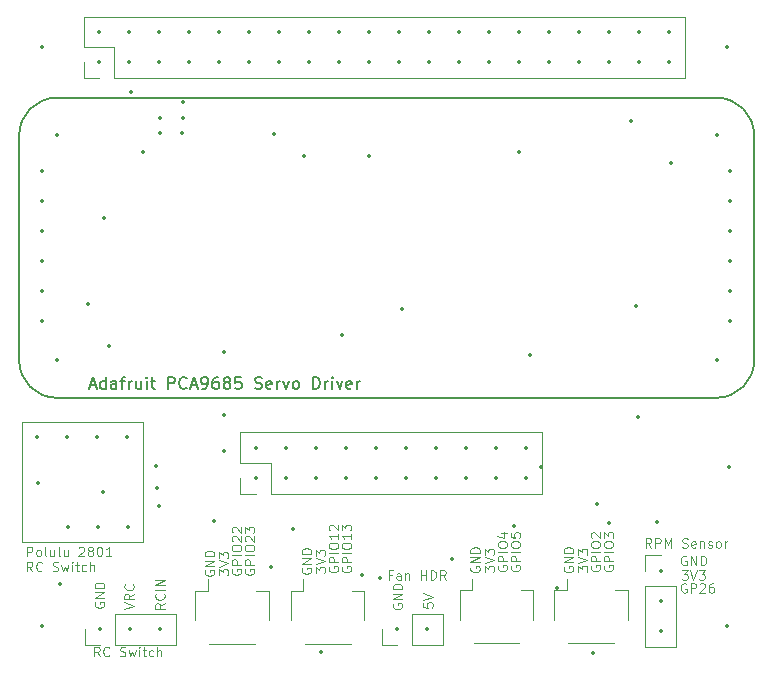
<source format=gto>
%TF.GenerationSoftware,KiCad,Pcbnew,7.0.10*%
%TF.CreationDate,2024-08-04T17:12:35+10:00*%
%TF.ProjectId,AI4R-PIHAT,41493452-2d50-4494-9841-542e6b696361,rev?*%
%TF.SameCoordinates,Original*%
%TF.FileFunction,Legend,Top*%
%TF.FilePolarity,Positive*%
%FSLAX46Y46*%
G04 Gerber Fmt 4.6, Leading zero omitted, Abs format (unit mm)*
G04 Created by KiCad (PCBNEW 7.0.10) date 2024-08-04 17:12:35*
%MOMM*%
%LPD*%
G01*
G04 APERTURE LIST*
%ADD10C,0.100000*%
%ADD11C,0.150000*%
%ADD12C,0.127000*%
%ADD13C,0.120000*%
%ADD14C,0.350000*%
G04 APERTURE END LIST*
D10*
X45122931Y-60177847D02*
X44856265Y-60177847D01*
X44856265Y-60596895D02*
X44856265Y-59796895D01*
X44856265Y-59796895D02*
X45237217Y-59796895D01*
X45884836Y-60596895D02*
X45884836Y-60177847D01*
X45884836Y-60177847D02*
X45846741Y-60101657D01*
X45846741Y-60101657D02*
X45770550Y-60063561D01*
X45770550Y-60063561D02*
X45618169Y-60063561D01*
X45618169Y-60063561D02*
X45541979Y-60101657D01*
X45884836Y-60558800D02*
X45808645Y-60596895D01*
X45808645Y-60596895D02*
X45618169Y-60596895D01*
X45618169Y-60596895D02*
X45541979Y-60558800D01*
X45541979Y-60558800D02*
X45503883Y-60482609D01*
X45503883Y-60482609D02*
X45503883Y-60406419D01*
X45503883Y-60406419D02*
X45541979Y-60330228D01*
X45541979Y-60330228D02*
X45618169Y-60292133D01*
X45618169Y-60292133D02*
X45808645Y-60292133D01*
X45808645Y-60292133D02*
X45884836Y-60254038D01*
X46265789Y-60063561D02*
X46265789Y-60596895D01*
X46265789Y-60139752D02*
X46303884Y-60101657D01*
X46303884Y-60101657D02*
X46380074Y-60063561D01*
X46380074Y-60063561D02*
X46494360Y-60063561D01*
X46494360Y-60063561D02*
X46570551Y-60101657D01*
X46570551Y-60101657D02*
X46608646Y-60177847D01*
X46608646Y-60177847D02*
X46608646Y-60596895D01*
X47599123Y-60596895D02*
X47599123Y-59796895D01*
X47599123Y-60177847D02*
X48056266Y-60177847D01*
X48056266Y-60596895D02*
X48056266Y-59796895D01*
X48437218Y-60596895D02*
X48437218Y-59796895D01*
X48437218Y-59796895D02*
X48627694Y-59796895D01*
X48627694Y-59796895D02*
X48741980Y-59834990D01*
X48741980Y-59834990D02*
X48818170Y-59911180D01*
X48818170Y-59911180D02*
X48856265Y-59987371D01*
X48856265Y-59987371D02*
X48894361Y-60139752D01*
X48894361Y-60139752D02*
X48894361Y-60254038D01*
X48894361Y-60254038D02*
X48856265Y-60406419D01*
X48856265Y-60406419D02*
X48818170Y-60482609D01*
X48818170Y-60482609D02*
X48741980Y-60558800D01*
X48741980Y-60558800D02*
X48627694Y-60596895D01*
X48627694Y-60596895D02*
X48437218Y-60596895D01*
X49694361Y-60596895D02*
X49427694Y-60215942D01*
X49237218Y-60596895D02*
X49237218Y-59796895D01*
X49237218Y-59796895D02*
X49541980Y-59796895D01*
X49541980Y-59796895D02*
X49618170Y-59834990D01*
X49618170Y-59834990D02*
X49656265Y-59873085D01*
X49656265Y-59873085D02*
X49694361Y-59949276D01*
X49694361Y-59949276D02*
X49694361Y-60063561D01*
X49694361Y-60063561D02*
X49656265Y-60139752D01*
X49656265Y-60139752D02*
X49618170Y-60177847D01*
X49618170Y-60177847D02*
X49541980Y-60215942D01*
X49541980Y-60215942D02*
X49237218Y-60215942D01*
X47796895Y-62562782D02*
X47796895Y-62943734D01*
X47796895Y-62943734D02*
X48177847Y-62981830D01*
X48177847Y-62981830D02*
X48139752Y-62943734D01*
X48139752Y-62943734D02*
X48101657Y-62867544D01*
X48101657Y-62867544D02*
X48101657Y-62677068D01*
X48101657Y-62677068D02*
X48139752Y-62600877D01*
X48139752Y-62600877D02*
X48177847Y-62562782D01*
X48177847Y-62562782D02*
X48254038Y-62524687D01*
X48254038Y-62524687D02*
X48444514Y-62524687D01*
X48444514Y-62524687D02*
X48520704Y-62562782D01*
X48520704Y-62562782D02*
X48558800Y-62600877D01*
X48558800Y-62600877D02*
X48596895Y-62677068D01*
X48596895Y-62677068D02*
X48596895Y-62867544D01*
X48596895Y-62867544D02*
X48558800Y-62943734D01*
X48558800Y-62943734D02*
X48520704Y-62981830D01*
X47796895Y-62296115D02*
X48596895Y-62029448D01*
X48596895Y-62029448D02*
X47796895Y-61762782D01*
X45234990Y-62624687D02*
X45196895Y-62700877D01*
X45196895Y-62700877D02*
X45196895Y-62815163D01*
X45196895Y-62815163D02*
X45234990Y-62929449D01*
X45234990Y-62929449D02*
X45311180Y-63005639D01*
X45311180Y-63005639D02*
X45387371Y-63043734D01*
X45387371Y-63043734D02*
X45539752Y-63081830D01*
X45539752Y-63081830D02*
X45654038Y-63081830D01*
X45654038Y-63081830D02*
X45806419Y-63043734D01*
X45806419Y-63043734D02*
X45882609Y-63005639D01*
X45882609Y-63005639D02*
X45958800Y-62929449D01*
X45958800Y-62929449D02*
X45996895Y-62815163D01*
X45996895Y-62815163D02*
X45996895Y-62738972D01*
X45996895Y-62738972D02*
X45958800Y-62624687D01*
X45958800Y-62624687D02*
X45920704Y-62586591D01*
X45920704Y-62586591D02*
X45654038Y-62586591D01*
X45654038Y-62586591D02*
X45654038Y-62738972D01*
X45996895Y-62243734D02*
X45196895Y-62243734D01*
X45196895Y-62243734D02*
X45996895Y-61786591D01*
X45996895Y-61786591D02*
X45196895Y-61786591D01*
X45996895Y-61405639D02*
X45196895Y-61405639D01*
X45196895Y-61405639D02*
X45196895Y-61215163D01*
X45196895Y-61215163D02*
X45234990Y-61100877D01*
X45234990Y-61100877D02*
X45311180Y-61024687D01*
X45311180Y-61024687D02*
X45387371Y-60986592D01*
X45387371Y-60986592D02*
X45539752Y-60948496D01*
X45539752Y-60948496D02*
X45654038Y-60948496D01*
X45654038Y-60948496D02*
X45806419Y-60986592D01*
X45806419Y-60986592D02*
X45882609Y-61024687D01*
X45882609Y-61024687D02*
X45958800Y-61100877D01*
X45958800Y-61100877D02*
X45996895Y-61215163D01*
X45996895Y-61215163D02*
X45996895Y-61405639D01*
X38696895Y-60019925D02*
X38696895Y-59524687D01*
X38696895Y-59524687D02*
X39001657Y-59791353D01*
X39001657Y-59791353D02*
X39001657Y-59677068D01*
X39001657Y-59677068D02*
X39039752Y-59600877D01*
X39039752Y-59600877D02*
X39077847Y-59562782D01*
X39077847Y-59562782D02*
X39154038Y-59524687D01*
X39154038Y-59524687D02*
X39344514Y-59524687D01*
X39344514Y-59524687D02*
X39420704Y-59562782D01*
X39420704Y-59562782D02*
X39458800Y-59600877D01*
X39458800Y-59600877D02*
X39496895Y-59677068D01*
X39496895Y-59677068D02*
X39496895Y-59905639D01*
X39496895Y-59905639D02*
X39458800Y-59981830D01*
X39458800Y-59981830D02*
X39420704Y-60019925D01*
X38696895Y-59296115D02*
X39496895Y-59029448D01*
X39496895Y-59029448D02*
X38696895Y-58762782D01*
X38696895Y-58572306D02*
X38696895Y-58077068D01*
X38696895Y-58077068D02*
X39001657Y-58343734D01*
X39001657Y-58343734D02*
X39001657Y-58229449D01*
X39001657Y-58229449D02*
X39039752Y-58153258D01*
X39039752Y-58153258D02*
X39077847Y-58115163D01*
X39077847Y-58115163D02*
X39154038Y-58077068D01*
X39154038Y-58077068D02*
X39344514Y-58077068D01*
X39344514Y-58077068D02*
X39420704Y-58115163D01*
X39420704Y-58115163D02*
X39458800Y-58153258D01*
X39458800Y-58153258D02*
X39496895Y-58229449D01*
X39496895Y-58229449D02*
X39496895Y-58458020D01*
X39496895Y-58458020D02*
X39458800Y-58534211D01*
X39458800Y-58534211D02*
X39420704Y-58572306D01*
X40934990Y-59524687D02*
X40896895Y-59600877D01*
X40896895Y-59600877D02*
X40896895Y-59715163D01*
X40896895Y-59715163D02*
X40934990Y-59829449D01*
X40934990Y-59829449D02*
X41011180Y-59905639D01*
X41011180Y-59905639D02*
X41087371Y-59943734D01*
X41087371Y-59943734D02*
X41239752Y-59981830D01*
X41239752Y-59981830D02*
X41354038Y-59981830D01*
X41354038Y-59981830D02*
X41506419Y-59943734D01*
X41506419Y-59943734D02*
X41582609Y-59905639D01*
X41582609Y-59905639D02*
X41658800Y-59829449D01*
X41658800Y-59829449D02*
X41696895Y-59715163D01*
X41696895Y-59715163D02*
X41696895Y-59638972D01*
X41696895Y-59638972D02*
X41658800Y-59524687D01*
X41658800Y-59524687D02*
X41620704Y-59486591D01*
X41620704Y-59486591D02*
X41354038Y-59486591D01*
X41354038Y-59486591D02*
X41354038Y-59638972D01*
X41696895Y-59143734D02*
X40896895Y-59143734D01*
X40896895Y-59143734D02*
X40896895Y-58838972D01*
X40896895Y-58838972D02*
X40934990Y-58762782D01*
X40934990Y-58762782D02*
X40973085Y-58724687D01*
X40973085Y-58724687D02*
X41049276Y-58686591D01*
X41049276Y-58686591D02*
X41163561Y-58686591D01*
X41163561Y-58686591D02*
X41239752Y-58724687D01*
X41239752Y-58724687D02*
X41277847Y-58762782D01*
X41277847Y-58762782D02*
X41315942Y-58838972D01*
X41315942Y-58838972D02*
X41315942Y-59143734D01*
X41696895Y-58343734D02*
X40896895Y-58343734D01*
X40896895Y-57810401D02*
X40896895Y-57658020D01*
X40896895Y-57658020D02*
X40934990Y-57581830D01*
X40934990Y-57581830D02*
X41011180Y-57505639D01*
X41011180Y-57505639D02*
X41163561Y-57467544D01*
X41163561Y-57467544D02*
X41430228Y-57467544D01*
X41430228Y-57467544D02*
X41582609Y-57505639D01*
X41582609Y-57505639D02*
X41658800Y-57581830D01*
X41658800Y-57581830D02*
X41696895Y-57658020D01*
X41696895Y-57658020D02*
X41696895Y-57810401D01*
X41696895Y-57810401D02*
X41658800Y-57886592D01*
X41658800Y-57886592D02*
X41582609Y-57962782D01*
X41582609Y-57962782D02*
X41430228Y-58000878D01*
X41430228Y-58000878D02*
X41163561Y-58000878D01*
X41163561Y-58000878D02*
X41011180Y-57962782D01*
X41011180Y-57962782D02*
X40934990Y-57886592D01*
X40934990Y-57886592D02*
X40896895Y-57810401D01*
X41696895Y-56705640D02*
X41696895Y-57162783D01*
X41696895Y-56934211D02*
X40896895Y-56934211D01*
X40896895Y-56934211D02*
X41011180Y-57010402D01*
X41011180Y-57010402D02*
X41087371Y-57086592D01*
X41087371Y-57086592D02*
X41125466Y-57162783D01*
X40896895Y-56438973D02*
X40896895Y-55943735D01*
X40896895Y-55943735D02*
X41201657Y-56210401D01*
X41201657Y-56210401D02*
X41201657Y-56096116D01*
X41201657Y-56096116D02*
X41239752Y-56019925D01*
X41239752Y-56019925D02*
X41277847Y-55981830D01*
X41277847Y-55981830D02*
X41354038Y-55943735D01*
X41354038Y-55943735D02*
X41544514Y-55943735D01*
X41544514Y-55943735D02*
X41620704Y-55981830D01*
X41620704Y-55981830D02*
X41658800Y-56019925D01*
X41658800Y-56019925D02*
X41696895Y-56096116D01*
X41696895Y-56096116D02*
X41696895Y-56324687D01*
X41696895Y-56324687D02*
X41658800Y-56400878D01*
X41658800Y-56400878D02*
X41620704Y-56438973D01*
X54134990Y-59424687D02*
X54096895Y-59500877D01*
X54096895Y-59500877D02*
X54096895Y-59615163D01*
X54096895Y-59615163D02*
X54134990Y-59729449D01*
X54134990Y-59729449D02*
X54211180Y-59805639D01*
X54211180Y-59805639D02*
X54287371Y-59843734D01*
X54287371Y-59843734D02*
X54439752Y-59881830D01*
X54439752Y-59881830D02*
X54554038Y-59881830D01*
X54554038Y-59881830D02*
X54706419Y-59843734D01*
X54706419Y-59843734D02*
X54782609Y-59805639D01*
X54782609Y-59805639D02*
X54858800Y-59729449D01*
X54858800Y-59729449D02*
X54896895Y-59615163D01*
X54896895Y-59615163D02*
X54896895Y-59538972D01*
X54896895Y-59538972D02*
X54858800Y-59424687D01*
X54858800Y-59424687D02*
X54820704Y-59386591D01*
X54820704Y-59386591D02*
X54554038Y-59386591D01*
X54554038Y-59386591D02*
X54554038Y-59538972D01*
X54896895Y-59043734D02*
X54096895Y-59043734D01*
X54096895Y-59043734D02*
X54096895Y-58738972D01*
X54096895Y-58738972D02*
X54134990Y-58662782D01*
X54134990Y-58662782D02*
X54173085Y-58624687D01*
X54173085Y-58624687D02*
X54249276Y-58586591D01*
X54249276Y-58586591D02*
X54363561Y-58586591D01*
X54363561Y-58586591D02*
X54439752Y-58624687D01*
X54439752Y-58624687D02*
X54477847Y-58662782D01*
X54477847Y-58662782D02*
X54515942Y-58738972D01*
X54515942Y-58738972D02*
X54515942Y-59043734D01*
X54896895Y-58243734D02*
X54096895Y-58243734D01*
X54096895Y-57710401D02*
X54096895Y-57558020D01*
X54096895Y-57558020D02*
X54134990Y-57481830D01*
X54134990Y-57481830D02*
X54211180Y-57405639D01*
X54211180Y-57405639D02*
X54363561Y-57367544D01*
X54363561Y-57367544D02*
X54630228Y-57367544D01*
X54630228Y-57367544D02*
X54782609Y-57405639D01*
X54782609Y-57405639D02*
X54858800Y-57481830D01*
X54858800Y-57481830D02*
X54896895Y-57558020D01*
X54896895Y-57558020D02*
X54896895Y-57710401D01*
X54896895Y-57710401D02*
X54858800Y-57786592D01*
X54858800Y-57786592D02*
X54782609Y-57862782D01*
X54782609Y-57862782D02*
X54630228Y-57900878D01*
X54630228Y-57900878D02*
X54363561Y-57900878D01*
X54363561Y-57900878D02*
X54211180Y-57862782D01*
X54211180Y-57862782D02*
X54134990Y-57786592D01*
X54134990Y-57786592D02*
X54096895Y-57710401D01*
X54363561Y-56681830D02*
X54896895Y-56681830D01*
X54058800Y-56872306D02*
X54630228Y-57062783D01*
X54630228Y-57062783D02*
X54630228Y-56567544D01*
X32734990Y-59724687D02*
X32696895Y-59800877D01*
X32696895Y-59800877D02*
X32696895Y-59915163D01*
X32696895Y-59915163D02*
X32734990Y-60029449D01*
X32734990Y-60029449D02*
X32811180Y-60105639D01*
X32811180Y-60105639D02*
X32887371Y-60143734D01*
X32887371Y-60143734D02*
X33039752Y-60181830D01*
X33039752Y-60181830D02*
X33154038Y-60181830D01*
X33154038Y-60181830D02*
X33306419Y-60143734D01*
X33306419Y-60143734D02*
X33382609Y-60105639D01*
X33382609Y-60105639D02*
X33458800Y-60029449D01*
X33458800Y-60029449D02*
X33496895Y-59915163D01*
X33496895Y-59915163D02*
X33496895Y-59838972D01*
X33496895Y-59838972D02*
X33458800Y-59724687D01*
X33458800Y-59724687D02*
X33420704Y-59686591D01*
X33420704Y-59686591D02*
X33154038Y-59686591D01*
X33154038Y-59686591D02*
X33154038Y-59838972D01*
X33496895Y-59343734D02*
X32696895Y-59343734D01*
X32696895Y-59343734D02*
X32696895Y-59038972D01*
X32696895Y-59038972D02*
X32734990Y-58962782D01*
X32734990Y-58962782D02*
X32773085Y-58924687D01*
X32773085Y-58924687D02*
X32849276Y-58886591D01*
X32849276Y-58886591D02*
X32963561Y-58886591D01*
X32963561Y-58886591D02*
X33039752Y-58924687D01*
X33039752Y-58924687D02*
X33077847Y-58962782D01*
X33077847Y-58962782D02*
X33115942Y-59038972D01*
X33115942Y-59038972D02*
X33115942Y-59343734D01*
X33496895Y-58543734D02*
X32696895Y-58543734D01*
X32696895Y-58010401D02*
X32696895Y-57858020D01*
X32696895Y-57858020D02*
X32734990Y-57781830D01*
X32734990Y-57781830D02*
X32811180Y-57705639D01*
X32811180Y-57705639D02*
X32963561Y-57667544D01*
X32963561Y-57667544D02*
X33230228Y-57667544D01*
X33230228Y-57667544D02*
X33382609Y-57705639D01*
X33382609Y-57705639D02*
X33458800Y-57781830D01*
X33458800Y-57781830D02*
X33496895Y-57858020D01*
X33496895Y-57858020D02*
X33496895Y-58010401D01*
X33496895Y-58010401D02*
X33458800Y-58086592D01*
X33458800Y-58086592D02*
X33382609Y-58162782D01*
X33382609Y-58162782D02*
X33230228Y-58200878D01*
X33230228Y-58200878D02*
X32963561Y-58200878D01*
X32963561Y-58200878D02*
X32811180Y-58162782D01*
X32811180Y-58162782D02*
X32734990Y-58086592D01*
X32734990Y-58086592D02*
X32696895Y-58010401D01*
X32773085Y-57362783D02*
X32734990Y-57324687D01*
X32734990Y-57324687D02*
X32696895Y-57248497D01*
X32696895Y-57248497D02*
X32696895Y-57058021D01*
X32696895Y-57058021D02*
X32734990Y-56981830D01*
X32734990Y-56981830D02*
X32773085Y-56943735D01*
X32773085Y-56943735D02*
X32849276Y-56905640D01*
X32849276Y-56905640D02*
X32925466Y-56905640D01*
X32925466Y-56905640D02*
X33039752Y-56943735D01*
X33039752Y-56943735D02*
X33496895Y-57400878D01*
X33496895Y-57400878D02*
X33496895Y-56905640D01*
X32696895Y-56638973D02*
X32696895Y-56143735D01*
X32696895Y-56143735D02*
X33001657Y-56410401D01*
X33001657Y-56410401D02*
X33001657Y-56296116D01*
X33001657Y-56296116D02*
X33039752Y-56219925D01*
X33039752Y-56219925D02*
X33077847Y-56181830D01*
X33077847Y-56181830D02*
X33154038Y-56143735D01*
X33154038Y-56143735D02*
X33344514Y-56143735D01*
X33344514Y-56143735D02*
X33420704Y-56181830D01*
X33420704Y-56181830D02*
X33458800Y-56219925D01*
X33458800Y-56219925D02*
X33496895Y-56296116D01*
X33496895Y-56296116D02*
X33496895Y-56524687D01*
X33496895Y-56524687D02*
X33458800Y-56600878D01*
X33458800Y-56600878D02*
X33420704Y-56638973D01*
X70075312Y-60934990D02*
X69999122Y-60896895D01*
X69999122Y-60896895D02*
X69884836Y-60896895D01*
X69884836Y-60896895D02*
X69770550Y-60934990D01*
X69770550Y-60934990D02*
X69694360Y-61011180D01*
X69694360Y-61011180D02*
X69656265Y-61087371D01*
X69656265Y-61087371D02*
X69618169Y-61239752D01*
X69618169Y-61239752D02*
X69618169Y-61354038D01*
X69618169Y-61354038D02*
X69656265Y-61506419D01*
X69656265Y-61506419D02*
X69694360Y-61582609D01*
X69694360Y-61582609D02*
X69770550Y-61658800D01*
X69770550Y-61658800D02*
X69884836Y-61696895D01*
X69884836Y-61696895D02*
X69961027Y-61696895D01*
X69961027Y-61696895D02*
X70075312Y-61658800D01*
X70075312Y-61658800D02*
X70113408Y-61620704D01*
X70113408Y-61620704D02*
X70113408Y-61354038D01*
X70113408Y-61354038D02*
X69961027Y-61354038D01*
X70456265Y-61696895D02*
X70456265Y-60896895D01*
X70456265Y-60896895D02*
X70761027Y-60896895D01*
X70761027Y-60896895D02*
X70837217Y-60934990D01*
X70837217Y-60934990D02*
X70875312Y-60973085D01*
X70875312Y-60973085D02*
X70913408Y-61049276D01*
X70913408Y-61049276D02*
X70913408Y-61163561D01*
X70913408Y-61163561D02*
X70875312Y-61239752D01*
X70875312Y-61239752D02*
X70837217Y-61277847D01*
X70837217Y-61277847D02*
X70761027Y-61315942D01*
X70761027Y-61315942D02*
X70456265Y-61315942D01*
X71218169Y-60973085D02*
X71256265Y-60934990D01*
X71256265Y-60934990D02*
X71332455Y-60896895D01*
X71332455Y-60896895D02*
X71522931Y-60896895D01*
X71522931Y-60896895D02*
X71599122Y-60934990D01*
X71599122Y-60934990D02*
X71637217Y-60973085D01*
X71637217Y-60973085D02*
X71675312Y-61049276D01*
X71675312Y-61049276D02*
X71675312Y-61125466D01*
X71675312Y-61125466D02*
X71637217Y-61239752D01*
X71637217Y-61239752D02*
X71180074Y-61696895D01*
X71180074Y-61696895D02*
X71675312Y-61696895D01*
X72361027Y-60896895D02*
X72208646Y-60896895D01*
X72208646Y-60896895D02*
X72132455Y-60934990D01*
X72132455Y-60934990D02*
X72094360Y-60973085D01*
X72094360Y-60973085D02*
X72018170Y-61087371D01*
X72018170Y-61087371D02*
X71980074Y-61239752D01*
X71980074Y-61239752D02*
X71980074Y-61544514D01*
X71980074Y-61544514D02*
X72018170Y-61620704D01*
X72018170Y-61620704D02*
X72056265Y-61658800D01*
X72056265Y-61658800D02*
X72132455Y-61696895D01*
X72132455Y-61696895D02*
X72284836Y-61696895D01*
X72284836Y-61696895D02*
X72361027Y-61658800D01*
X72361027Y-61658800D02*
X72399122Y-61620704D01*
X72399122Y-61620704D02*
X72437217Y-61544514D01*
X72437217Y-61544514D02*
X72437217Y-61354038D01*
X72437217Y-61354038D02*
X72399122Y-61277847D01*
X72399122Y-61277847D02*
X72361027Y-61239752D01*
X72361027Y-61239752D02*
X72284836Y-61201657D01*
X72284836Y-61201657D02*
X72132455Y-61201657D01*
X72132455Y-61201657D02*
X72056265Y-61239752D01*
X72056265Y-61239752D02*
X72018170Y-61277847D01*
X72018170Y-61277847D02*
X71980074Y-61354038D01*
X29334990Y-59824687D02*
X29296895Y-59900877D01*
X29296895Y-59900877D02*
X29296895Y-60015163D01*
X29296895Y-60015163D02*
X29334990Y-60129449D01*
X29334990Y-60129449D02*
X29411180Y-60205639D01*
X29411180Y-60205639D02*
X29487371Y-60243734D01*
X29487371Y-60243734D02*
X29639752Y-60281830D01*
X29639752Y-60281830D02*
X29754038Y-60281830D01*
X29754038Y-60281830D02*
X29906419Y-60243734D01*
X29906419Y-60243734D02*
X29982609Y-60205639D01*
X29982609Y-60205639D02*
X30058800Y-60129449D01*
X30058800Y-60129449D02*
X30096895Y-60015163D01*
X30096895Y-60015163D02*
X30096895Y-59938972D01*
X30096895Y-59938972D02*
X30058800Y-59824687D01*
X30058800Y-59824687D02*
X30020704Y-59786591D01*
X30020704Y-59786591D02*
X29754038Y-59786591D01*
X29754038Y-59786591D02*
X29754038Y-59938972D01*
X30096895Y-59443734D02*
X29296895Y-59443734D01*
X29296895Y-59443734D02*
X30096895Y-58986591D01*
X30096895Y-58986591D02*
X29296895Y-58986591D01*
X30096895Y-58605639D02*
X29296895Y-58605639D01*
X29296895Y-58605639D02*
X29296895Y-58415163D01*
X29296895Y-58415163D02*
X29334990Y-58300877D01*
X29334990Y-58300877D02*
X29411180Y-58224687D01*
X29411180Y-58224687D02*
X29487371Y-58186592D01*
X29487371Y-58186592D02*
X29639752Y-58148496D01*
X29639752Y-58148496D02*
X29754038Y-58148496D01*
X29754038Y-58148496D02*
X29906419Y-58186592D01*
X29906419Y-58186592D02*
X29982609Y-58224687D01*
X29982609Y-58224687D02*
X30058800Y-58300877D01*
X30058800Y-58300877D02*
X30096895Y-58415163D01*
X30096895Y-58415163D02*
X30096895Y-58605639D01*
D11*
X19564160Y-44159104D02*
X20040350Y-44159104D01*
X19468922Y-44444819D02*
X19802255Y-43444819D01*
X19802255Y-43444819D02*
X20135588Y-44444819D01*
X20897493Y-44444819D02*
X20897493Y-43444819D01*
X20897493Y-44397200D02*
X20802255Y-44444819D01*
X20802255Y-44444819D02*
X20611779Y-44444819D01*
X20611779Y-44444819D02*
X20516541Y-44397200D01*
X20516541Y-44397200D02*
X20468922Y-44349580D01*
X20468922Y-44349580D02*
X20421303Y-44254342D01*
X20421303Y-44254342D02*
X20421303Y-43968628D01*
X20421303Y-43968628D02*
X20468922Y-43873390D01*
X20468922Y-43873390D02*
X20516541Y-43825771D01*
X20516541Y-43825771D02*
X20611779Y-43778152D01*
X20611779Y-43778152D02*
X20802255Y-43778152D01*
X20802255Y-43778152D02*
X20897493Y-43825771D01*
X21802255Y-44444819D02*
X21802255Y-43921009D01*
X21802255Y-43921009D02*
X21754636Y-43825771D01*
X21754636Y-43825771D02*
X21659398Y-43778152D01*
X21659398Y-43778152D02*
X21468922Y-43778152D01*
X21468922Y-43778152D02*
X21373684Y-43825771D01*
X21802255Y-44397200D02*
X21707017Y-44444819D01*
X21707017Y-44444819D02*
X21468922Y-44444819D01*
X21468922Y-44444819D02*
X21373684Y-44397200D01*
X21373684Y-44397200D02*
X21326065Y-44301961D01*
X21326065Y-44301961D02*
X21326065Y-44206723D01*
X21326065Y-44206723D02*
X21373684Y-44111485D01*
X21373684Y-44111485D02*
X21468922Y-44063866D01*
X21468922Y-44063866D02*
X21707017Y-44063866D01*
X21707017Y-44063866D02*
X21802255Y-44016247D01*
X22135589Y-43778152D02*
X22516541Y-43778152D01*
X22278446Y-44444819D02*
X22278446Y-43587676D01*
X22278446Y-43587676D02*
X22326065Y-43492438D01*
X22326065Y-43492438D02*
X22421303Y-43444819D01*
X22421303Y-43444819D02*
X22516541Y-43444819D01*
X22849875Y-44444819D02*
X22849875Y-43778152D01*
X22849875Y-43968628D02*
X22897494Y-43873390D01*
X22897494Y-43873390D02*
X22945113Y-43825771D01*
X22945113Y-43825771D02*
X23040351Y-43778152D01*
X23040351Y-43778152D02*
X23135589Y-43778152D01*
X23897494Y-43778152D02*
X23897494Y-44444819D01*
X23468923Y-43778152D02*
X23468923Y-44301961D01*
X23468923Y-44301961D02*
X23516542Y-44397200D01*
X23516542Y-44397200D02*
X23611780Y-44444819D01*
X23611780Y-44444819D02*
X23754637Y-44444819D01*
X23754637Y-44444819D02*
X23849875Y-44397200D01*
X23849875Y-44397200D02*
X23897494Y-44349580D01*
X24373685Y-44444819D02*
X24373685Y-43778152D01*
X24373685Y-43444819D02*
X24326066Y-43492438D01*
X24326066Y-43492438D02*
X24373685Y-43540057D01*
X24373685Y-43540057D02*
X24421304Y-43492438D01*
X24421304Y-43492438D02*
X24373685Y-43444819D01*
X24373685Y-43444819D02*
X24373685Y-43540057D01*
X24707018Y-43778152D02*
X25087970Y-43778152D01*
X24849875Y-43444819D02*
X24849875Y-44301961D01*
X24849875Y-44301961D02*
X24897494Y-44397200D01*
X24897494Y-44397200D02*
X24992732Y-44444819D01*
X24992732Y-44444819D02*
X25087970Y-44444819D01*
X26183209Y-44444819D02*
X26183209Y-43444819D01*
X26183209Y-43444819D02*
X26564161Y-43444819D01*
X26564161Y-43444819D02*
X26659399Y-43492438D01*
X26659399Y-43492438D02*
X26707018Y-43540057D01*
X26707018Y-43540057D02*
X26754637Y-43635295D01*
X26754637Y-43635295D02*
X26754637Y-43778152D01*
X26754637Y-43778152D02*
X26707018Y-43873390D01*
X26707018Y-43873390D02*
X26659399Y-43921009D01*
X26659399Y-43921009D02*
X26564161Y-43968628D01*
X26564161Y-43968628D02*
X26183209Y-43968628D01*
X27754637Y-44349580D02*
X27707018Y-44397200D01*
X27707018Y-44397200D02*
X27564161Y-44444819D01*
X27564161Y-44444819D02*
X27468923Y-44444819D01*
X27468923Y-44444819D02*
X27326066Y-44397200D01*
X27326066Y-44397200D02*
X27230828Y-44301961D01*
X27230828Y-44301961D02*
X27183209Y-44206723D01*
X27183209Y-44206723D02*
X27135590Y-44016247D01*
X27135590Y-44016247D02*
X27135590Y-43873390D01*
X27135590Y-43873390D02*
X27183209Y-43682914D01*
X27183209Y-43682914D02*
X27230828Y-43587676D01*
X27230828Y-43587676D02*
X27326066Y-43492438D01*
X27326066Y-43492438D02*
X27468923Y-43444819D01*
X27468923Y-43444819D02*
X27564161Y-43444819D01*
X27564161Y-43444819D02*
X27707018Y-43492438D01*
X27707018Y-43492438D02*
X27754637Y-43540057D01*
X28135590Y-44159104D02*
X28611780Y-44159104D01*
X28040352Y-44444819D02*
X28373685Y-43444819D01*
X28373685Y-43444819D02*
X28707018Y-44444819D01*
X29087971Y-44444819D02*
X29278447Y-44444819D01*
X29278447Y-44444819D02*
X29373685Y-44397200D01*
X29373685Y-44397200D02*
X29421304Y-44349580D01*
X29421304Y-44349580D02*
X29516542Y-44206723D01*
X29516542Y-44206723D02*
X29564161Y-44016247D01*
X29564161Y-44016247D02*
X29564161Y-43635295D01*
X29564161Y-43635295D02*
X29516542Y-43540057D01*
X29516542Y-43540057D02*
X29468923Y-43492438D01*
X29468923Y-43492438D02*
X29373685Y-43444819D01*
X29373685Y-43444819D02*
X29183209Y-43444819D01*
X29183209Y-43444819D02*
X29087971Y-43492438D01*
X29087971Y-43492438D02*
X29040352Y-43540057D01*
X29040352Y-43540057D02*
X28992733Y-43635295D01*
X28992733Y-43635295D02*
X28992733Y-43873390D01*
X28992733Y-43873390D02*
X29040352Y-43968628D01*
X29040352Y-43968628D02*
X29087971Y-44016247D01*
X29087971Y-44016247D02*
X29183209Y-44063866D01*
X29183209Y-44063866D02*
X29373685Y-44063866D01*
X29373685Y-44063866D02*
X29468923Y-44016247D01*
X29468923Y-44016247D02*
X29516542Y-43968628D01*
X29516542Y-43968628D02*
X29564161Y-43873390D01*
X30421304Y-43444819D02*
X30230828Y-43444819D01*
X30230828Y-43444819D02*
X30135590Y-43492438D01*
X30135590Y-43492438D02*
X30087971Y-43540057D01*
X30087971Y-43540057D02*
X29992733Y-43682914D01*
X29992733Y-43682914D02*
X29945114Y-43873390D01*
X29945114Y-43873390D02*
X29945114Y-44254342D01*
X29945114Y-44254342D02*
X29992733Y-44349580D01*
X29992733Y-44349580D02*
X30040352Y-44397200D01*
X30040352Y-44397200D02*
X30135590Y-44444819D01*
X30135590Y-44444819D02*
X30326066Y-44444819D01*
X30326066Y-44444819D02*
X30421304Y-44397200D01*
X30421304Y-44397200D02*
X30468923Y-44349580D01*
X30468923Y-44349580D02*
X30516542Y-44254342D01*
X30516542Y-44254342D02*
X30516542Y-44016247D01*
X30516542Y-44016247D02*
X30468923Y-43921009D01*
X30468923Y-43921009D02*
X30421304Y-43873390D01*
X30421304Y-43873390D02*
X30326066Y-43825771D01*
X30326066Y-43825771D02*
X30135590Y-43825771D01*
X30135590Y-43825771D02*
X30040352Y-43873390D01*
X30040352Y-43873390D02*
X29992733Y-43921009D01*
X29992733Y-43921009D02*
X29945114Y-44016247D01*
X31087971Y-43873390D02*
X30992733Y-43825771D01*
X30992733Y-43825771D02*
X30945114Y-43778152D01*
X30945114Y-43778152D02*
X30897495Y-43682914D01*
X30897495Y-43682914D02*
X30897495Y-43635295D01*
X30897495Y-43635295D02*
X30945114Y-43540057D01*
X30945114Y-43540057D02*
X30992733Y-43492438D01*
X30992733Y-43492438D02*
X31087971Y-43444819D01*
X31087971Y-43444819D02*
X31278447Y-43444819D01*
X31278447Y-43444819D02*
X31373685Y-43492438D01*
X31373685Y-43492438D02*
X31421304Y-43540057D01*
X31421304Y-43540057D02*
X31468923Y-43635295D01*
X31468923Y-43635295D02*
X31468923Y-43682914D01*
X31468923Y-43682914D02*
X31421304Y-43778152D01*
X31421304Y-43778152D02*
X31373685Y-43825771D01*
X31373685Y-43825771D02*
X31278447Y-43873390D01*
X31278447Y-43873390D02*
X31087971Y-43873390D01*
X31087971Y-43873390D02*
X30992733Y-43921009D01*
X30992733Y-43921009D02*
X30945114Y-43968628D01*
X30945114Y-43968628D02*
X30897495Y-44063866D01*
X30897495Y-44063866D02*
X30897495Y-44254342D01*
X30897495Y-44254342D02*
X30945114Y-44349580D01*
X30945114Y-44349580D02*
X30992733Y-44397200D01*
X30992733Y-44397200D02*
X31087971Y-44444819D01*
X31087971Y-44444819D02*
X31278447Y-44444819D01*
X31278447Y-44444819D02*
X31373685Y-44397200D01*
X31373685Y-44397200D02*
X31421304Y-44349580D01*
X31421304Y-44349580D02*
X31468923Y-44254342D01*
X31468923Y-44254342D02*
X31468923Y-44063866D01*
X31468923Y-44063866D02*
X31421304Y-43968628D01*
X31421304Y-43968628D02*
X31373685Y-43921009D01*
X31373685Y-43921009D02*
X31278447Y-43873390D01*
X32373685Y-43444819D02*
X31897495Y-43444819D01*
X31897495Y-43444819D02*
X31849876Y-43921009D01*
X31849876Y-43921009D02*
X31897495Y-43873390D01*
X31897495Y-43873390D02*
X31992733Y-43825771D01*
X31992733Y-43825771D02*
X32230828Y-43825771D01*
X32230828Y-43825771D02*
X32326066Y-43873390D01*
X32326066Y-43873390D02*
X32373685Y-43921009D01*
X32373685Y-43921009D02*
X32421304Y-44016247D01*
X32421304Y-44016247D02*
X32421304Y-44254342D01*
X32421304Y-44254342D02*
X32373685Y-44349580D01*
X32373685Y-44349580D02*
X32326066Y-44397200D01*
X32326066Y-44397200D02*
X32230828Y-44444819D01*
X32230828Y-44444819D02*
X31992733Y-44444819D01*
X31992733Y-44444819D02*
X31897495Y-44397200D01*
X31897495Y-44397200D02*
X31849876Y-44349580D01*
X33564162Y-44397200D02*
X33707019Y-44444819D01*
X33707019Y-44444819D02*
X33945114Y-44444819D01*
X33945114Y-44444819D02*
X34040352Y-44397200D01*
X34040352Y-44397200D02*
X34087971Y-44349580D01*
X34087971Y-44349580D02*
X34135590Y-44254342D01*
X34135590Y-44254342D02*
X34135590Y-44159104D01*
X34135590Y-44159104D02*
X34087971Y-44063866D01*
X34087971Y-44063866D02*
X34040352Y-44016247D01*
X34040352Y-44016247D02*
X33945114Y-43968628D01*
X33945114Y-43968628D02*
X33754638Y-43921009D01*
X33754638Y-43921009D02*
X33659400Y-43873390D01*
X33659400Y-43873390D02*
X33611781Y-43825771D01*
X33611781Y-43825771D02*
X33564162Y-43730533D01*
X33564162Y-43730533D02*
X33564162Y-43635295D01*
X33564162Y-43635295D02*
X33611781Y-43540057D01*
X33611781Y-43540057D02*
X33659400Y-43492438D01*
X33659400Y-43492438D02*
X33754638Y-43444819D01*
X33754638Y-43444819D02*
X33992733Y-43444819D01*
X33992733Y-43444819D02*
X34135590Y-43492438D01*
X34945114Y-44397200D02*
X34849876Y-44444819D01*
X34849876Y-44444819D02*
X34659400Y-44444819D01*
X34659400Y-44444819D02*
X34564162Y-44397200D01*
X34564162Y-44397200D02*
X34516543Y-44301961D01*
X34516543Y-44301961D02*
X34516543Y-43921009D01*
X34516543Y-43921009D02*
X34564162Y-43825771D01*
X34564162Y-43825771D02*
X34659400Y-43778152D01*
X34659400Y-43778152D02*
X34849876Y-43778152D01*
X34849876Y-43778152D02*
X34945114Y-43825771D01*
X34945114Y-43825771D02*
X34992733Y-43921009D01*
X34992733Y-43921009D02*
X34992733Y-44016247D01*
X34992733Y-44016247D02*
X34516543Y-44111485D01*
X35421305Y-44444819D02*
X35421305Y-43778152D01*
X35421305Y-43968628D02*
X35468924Y-43873390D01*
X35468924Y-43873390D02*
X35516543Y-43825771D01*
X35516543Y-43825771D02*
X35611781Y-43778152D01*
X35611781Y-43778152D02*
X35707019Y-43778152D01*
X35945115Y-43778152D02*
X36183210Y-44444819D01*
X36183210Y-44444819D02*
X36421305Y-43778152D01*
X36945115Y-44444819D02*
X36849877Y-44397200D01*
X36849877Y-44397200D02*
X36802258Y-44349580D01*
X36802258Y-44349580D02*
X36754639Y-44254342D01*
X36754639Y-44254342D02*
X36754639Y-43968628D01*
X36754639Y-43968628D02*
X36802258Y-43873390D01*
X36802258Y-43873390D02*
X36849877Y-43825771D01*
X36849877Y-43825771D02*
X36945115Y-43778152D01*
X36945115Y-43778152D02*
X37087972Y-43778152D01*
X37087972Y-43778152D02*
X37183210Y-43825771D01*
X37183210Y-43825771D02*
X37230829Y-43873390D01*
X37230829Y-43873390D02*
X37278448Y-43968628D01*
X37278448Y-43968628D02*
X37278448Y-44254342D01*
X37278448Y-44254342D02*
X37230829Y-44349580D01*
X37230829Y-44349580D02*
X37183210Y-44397200D01*
X37183210Y-44397200D02*
X37087972Y-44444819D01*
X37087972Y-44444819D02*
X36945115Y-44444819D01*
X38468925Y-44444819D02*
X38468925Y-43444819D01*
X38468925Y-43444819D02*
X38707020Y-43444819D01*
X38707020Y-43444819D02*
X38849877Y-43492438D01*
X38849877Y-43492438D02*
X38945115Y-43587676D01*
X38945115Y-43587676D02*
X38992734Y-43682914D01*
X38992734Y-43682914D02*
X39040353Y-43873390D01*
X39040353Y-43873390D02*
X39040353Y-44016247D01*
X39040353Y-44016247D02*
X38992734Y-44206723D01*
X38992734Y-44206723D02*
X38945115Y-44301961D01*
X38945115Y-44301961D02*
X38849877Y-44397200D01*
X38849877Y-44397200D02*
X38707020Y-44444819D01*
X38707020Y-44444819D02*
X38468925Y-44444819D01*
X39468925Y-44444819D02*
X39468925Y-43778152D01*
X39468925Y-43968628D02*
X39516544Y-43873390D01*
X39516544Y-43873390D02*
X39564163Y-43825771D01*
X39564163Y-43825771D02*
X39659401Y-43778152D01*
X39659401Y-43778152D02*
X39754639Y-43778152D01*
X40087973Y-44444819D02*
X40087973Y-43778152D01*
X40087973Y-43444819D02*
X40040354Y-43492438D01*
X40040354Y-43492438D02*
X40087973Y-43540057D01*
X40087973Y-43540057D02*
X40135592Y-43492438D01*
X40135592Y-43492438D02*
X40087973Y-43444819D01*
X40087973Y-43444819D02*
X40087973Y-43540057D01*
X40468925Y-43778152D02*
X40707020Y-44444819D01*
X40707020Y-44444819D02*
X40945115Y-43778152D01*
X41707020Y-44397200D02*
X41611782Y-44444819D01*
X41611782Y-44444819D02*
X41421306Y-44444819D01*
X41421306Y-44444819D02*
X41326068Y-44397200D01*
X41326068Y-44397200D02*
X41278449Y-44301961D01*
X41278449Y-44301961D02*
X41278449Y-43921009D01*
X41278449Y-43921009D02*
X41326068Y-43825771D01*
X41326068Y-43825771D02*
X41421306Y-43778152D01*
X41421306Y-43778152D02*
X41611782Y-43778152D01*
X41611782Y-43778152D02*
X41707020Y-43825771D01*
X41707020Y-43825771D02*
X41754639Y-43921009D01*
X41754639Y-43921009D02*
X41754639Y-44016247D01*
X41754639Y-44016247D02*
X41278449Y-44111485D01*
X42183211Y-44444819D02*
X42183211Y-43778152D01*
X42183211Y-43968628D02*
X42230830Y-43873390D01*
X42230830Y-43873390D02*
X42278449Y-43825771D01*
X42278449Y-43825771D02*
X42373687Y-43778152D01*
X42373687Y-43778152D02*
X42468925Y-43778152D01*
D10*
X39834990Y-59524687D02*
X39796895Y-59600877D01*
X39796895Y-59600877D02*
X39796895Y-59715163D01*
X39796895Y-59715163D02*
X39834990Y-59829449D01*
X39834990Y-59829449D02*
X39911180Y-59905639D01*
X39911180Y-59905639D02*
X39987371Y-59943734D01*
X39987371Y-59943734D02*
X40139752Y-59981830D01*
X40139752Y-59981830D02*
X40254038Y-59981830D01*
X40254038Y-59981830D02*
X40406419Y-59943734D01*
X40406419Y-59943734D02*
X40482609Y-59905639D01*
X40482609Y-59905639D02*
X40558800Y-59829449D01*
X40558800Y-59829449D02*
X40596895Y-59715163D01*
X40596895Y-59715163D02*
X40596895Y-59638972D01*
X40596895Y-59638972D02*
X40558800Y-59524687D01*
X40558800Y-59524687D02*
X40520704Y-59486591D01*
X40520704Y-59486591D02*
X40254038Y-59486591D01*
X40254038Y-59486591D02*
X40254038Y-59638972D01*
X40596895Y-59143734D02*
X39796895Y-59143734D01*
X39796895Y-59143734D02*
X39796895Y-58838972D01*
X39796895Y-58838972D02*
X39834990Y-58762782D01*
X39834990Y-58762782D02*
X39873085Y-58724687D01*
X39873085Y-58724687D02*
X39949276Y-58686591D01*
X39949276Y-58686591D02*
X40063561Y-58686591D01*
X40063561Y-58686591D02*
X40139752Y-58724687D01*
X40139752Y-58724687D02*
X40177847Y-58762782D01*
X40177847Y-58762782D02*
X40215942Y-58838972D01*
X40215942Y-58838972D02*
X40215942Y-59143734D01*
X40596895Y-58343734D02*
X39796895Y-58343734D01*
X39796895Y-57810401D02*
X39796895Y-57658020D01*
X39796895Y-57658020D02*
X39834990Y-57581830D01*
X39834990Y-57581830D02*
X39911180Y-57505639D01*
X39911180Y-57505639D02*
X40063561Y-57467544D01*
X40063561Y-57467544D02*
X40330228Y-57467544D01*
X40330228Y-57467544D02*
X40482609Y-57505639D01*
X40482609Y-57505639D02*
X40558800Y-57581830D01*
X40558800Y-57581830D02*
X40596895Y-57658020D01*
X40596895Y-57658020D02*
X40596895Y-57810401D01*
X40596895Y-57810401D02*
X40558800Y-57886592D01*
X40558800Y-57886592D02*
X40482609Y-57962782D01*
X40482609Y-57962782D02*
X40330228Y-58000878D01*
X40330228Y-58000878D02*
X40063561Y-58000878D01*
X40063561Y-58000878D02*
X39911180Y-57962782D01*
X39911180Y-57962782D02*
X39834990Y-57886592D01*
X39834990Y-57886592D02*
X39796895Y-57810401D01*
X40596895Y-56705640D02*
X40596895Y-57162783D01*
X40596895Y-56934211D02*
X39796895Y-56934211D01*
X39796895Y-56934211D02*
X39911180Y-57010402D01*
X39911180Y-57010402D02*
X39987371Y-57086592D01*
X39987371Y-57086592D02*
X40025466Y-57162783D01*
X39873085Y-56400878D02*
X39834990Y-56362782D01*
X39834990Y-56362782D02*
X39796895Y-56286592D01*
X39796895Y-56286592D02*
X39796895Y-56096116D01*
X39796895Y-56096116D02*
X39834990Y-56019925D01*
X39834990Y-56019925D02*
X39873085Y-55981830D01*
X39873085Y-55981830D02*
X39949276Y-55943735D01*
X39949276Y-55943735D02*
X40025466Y-55943735D01*
X40025466Y-55943735D02*
X40139752Y-55981830D01*
X40139752Y-55981830D02*
X40596895Y-56438973D01*
X40596895Y-56438973D02*
X40596895Y-55943735D01*
X22496895Y-63058020D02*
X23296895Y-62791353D01*
X23296895Y-62791353D02*
X22496895Y-62524687D01*
X23296895Y-61800877D02*
X22915942Y-62067544D01*
X23296895Y-62258020D02*
X22496895Y-62258020D01*
X22496895Y-62258020D02*
X22496895Y-61953258D01*
X22496895Y-61953258D02*
X22534990Y-61877068D01*
X22534990Y-61877068D02*
X22573085Y-61838973D01*
X22573085Y-61838973D02*
X22649276Y-61800877D01*
X22649276Y-61800877D02*
X22763561Y-61800877D01*
X22763561Y-61800877D02*
X22839752Y-61838973D01*
X22839752Y-61838973D02*
X22877847Y-61877068D01*
X22877847Y-61877068D02*
X22915942Y-61953258D01*
X22915942Y-61953258D02*
X22915942Y-62258020D01*
X23220704Y-61000877D02*
X23258800Y-61038973D01*
X23258800Y-61038973D02*
X23296895Y-61153258D01*
X23296895Y-61153258D02*
X23296895Y-61229449D01*
X23296895Y-61229449D02*
X23258800Y-61343735D01*
X23258800Y-61343735D02*
X23182609Y-61419925D01*
X23182609Y-61419925D02*
X23106419Y-61458020D01*
X23106419Y-61458020D02*
X22954038Y-61496116D01*
X22954038Y-61496116D02*
X22839752Y-61496116D01*
X22839752Y-61496116D02*
X22687371Y-61458020D01*
X22687371Y-61458020D02*
X22611180Y-61419925D01*
X22611180Y-61419925D02*
X22534990Y-61343735D01*
X22534990Y-61343735D02*
X22496895Y-61229449D01*
X22496895Y-61229449D02*
X22496895Y-61153258D01*
X22496895Y-61153258D02*
X22534990Y-61038973D01*
X22534990Y-61038973D02*
X22573085Y-61000877D01*
X62034990Y-59424687D02*
X61996895Y-59500877D01*
X61996895Y-59500877D02*
X61996895Y-59615163D01*
X61996895Y-59615163D02*
X62034990Y-59729449D01*
X62034990Y-59729449D02*
X62111180Y-59805639D01*
X62111180Y-59805639D02*
X62187371Y-59843734D01*
X62187371Y-59843734D02*
X62339752Y-59881830D01*
X62339752Y-59881830D02*
X62454038Y-59881830D01*
X62454038Y-59881830D02*
X62606419Y-59843734D01*
X62606419Y-59843734D02*
X62682609Y-59805639D01*
X62682609Y-59805639D02*
X62758800Y-59729449D01*
X62758800Y-59729449D02*
X62796895Y-59615163D01*
X62796895Y-59615163D02*
X62796895Y-59538972D01*
X62796895Y-59538972D02*
X62758800Y-59424687D01*
X62758800Y-59424687D02*
X62720704Y-59386591D01*
X62720704Y-59386591D02*
X62454038Y-59386591D01*
X62454038Y-59386591D02*
X62454038Y-59538972D01*
X62796895Y-59043734D02*
X61996895Y-59043734D01*
X61996895Y-59043734D02*
X61996895Y-58738972D01*
X61996895Y-58738972D02*
X62034990Y-58662782D01*
X62034990Y-58662782D02*
X62073085Y-58624687D01*
X62073085Y-58624687D02*
X62149276Y-58586591D01*
X62149276Y-58586591D02*
X62263561Y-58586591D01*
X62263561Y-58586591D02*
X62339752Y-58624687D01*
X62339752Y-58624687D02*
X62377847Y-58662782D01*
X62377847Y-58662782D02*
X62415942Y-58738972D01*
X62415942Y-58738972D02*
X62415942Y-59043734D01*
X62796895Y-58243734D02*
X61996895Y-58243734D01*
X61996895Y-57710401D02*
X61996895Y-57558020D01*
X61996895Y-57558020D02*
X62034990Y-57481830D01*
X62034990Y-57481830D02*
X62111180Y-57405639D01*
X62111180Y-57405639D02*
X62263561Y-57367544D01*
X62263561Y-57367544D02*
X62530228Y-57367544D01*
X62530228Y-57367544D02*
X62682609Y-57405639D01*
X62682609Y-57405639D02*
X62758800Y-57481830D01*
X62758800Y-57481830D02*
X62796895Y-57558020D01*
X62796895Y-57558020D02*
X62796895Y-57710401D01*
X62796895Y-57710401D02*
X62758800Y-57786592D01*
X62758800Y-57786592D02*
X62682609Y-57862782D01*
X62682609Y-57862782D02*
X62530228Y-57900878D01*
X62530228Y-57900878D02*
X62263561Y-57900878D01*
X62263561Y-57900878D02*
X62111180Y-57862782D01*
X62111180Y-57862782D02*
X62034990Y-57786592D01*
X62034990Y-57786592D02*
X61996895Y-57710401D01*
X62073085Y-57062783D02*
X62034990Y-57024687D01*
X62034990Y-57024687D02*
X61996895Y-56948497D01*
X61996895Y-56948497D02*
X61996895Y-56758021D01*
X61996895Y-56758021D02*
X62034990Y-56681830D01*
X62034990Y-56681830D02*
X62073085Y-56643735D01*
X62073085Y-56643735D02*
X62149276Y-56605640D01*
X62149276Y-56605640D02*
X62225466Y-56605640D01*
X62225466Y-56605640D02*
X62339752Y-56643735D01*
X62339752Y-56643735D02*
X62796895Y-57100878D01*
X62796895Y-57100878D02*
X62796895Y-56605640D01*
X67113408Y-57896895D02*
X66846741Y-57515942D01*
X66656265Y-57896895D02*
X66656265Y-57096895D01*
X66656265Y-57096895D02*
X66961027Y-57096895D01*
X66961027Y-57096895D02*
X67037217Y-57134990D01*
X67037217Y-57134990D02*
X67075312Y-57173085D01*
X67075312Y-57173085D02*
X67113408Y-57249276D01*
X67113408Y-57249276D02*
X67113408Y-57363561D01*
X67113408Y-57363561D02*
X67075312Y-57439752D01*
X67075312Y-57439752D02*
X67037217Y-57477847D01*
X67037217Y-57477847D02*
X66961027Y-57515942D01*
X66961027Y-57515942D02*
X66656265Y-57515942D01*
X67456265Y-57896895D02*
X67456265Y-57096895D01*
X67456265Y-57096895D02*
X67761027Y-57096895D01*
X67761027Y-57096895D02*
X67837217Y-57134990D01*
X67837217Y-57134990D02*
X67875312Y-57173085D01*
X67875312Y-57173085D02*
X67913408Y-57249276D01*
X67913408Y-57249276D02*
X67913408Y-57363561D01*
X67913408Y-57363561D02*
X67875312Y-57439752D01*
X67875312Y-57439752D02*
X67837217Y-57477847D01*
X67837217Y-57477847D02*
X67761027Y-57515942D01*
X67761027Y-57515942D02*
X67456265Y-57515942D01*
X68256265Y-57896895D02*
X68256265Y-57096895D01*
X68256265Y-57096895D02*
X68522931Y-57668323D01*
X68522931Y-57668323D02*
X68789598Y-57096895D01*
X68789598Y-57096895D02*
X68789598Y-57896895D01*
X69741979Y-57858800D02*
X69856265Y-57896895D01*
X69856265Y-57896895D02*
X70046741Y-57896895D01*
X70046741Y-57896895D02*
X70122932Y-57858800D01*
X70122932Y-57858800D02*
X70161027Y-57820704D01*
X70161027Y-57820704D02*
X70199122Y-57744514D01*
X70199122Y-57744514D02*
X70199122Y-57668323D01*
X70199122Y-57668323D02*
X70161027Y-57592133D01*
X70161027Y-57592133D02*
X70122932Y-57554038D01*
X70122932Y-57554038D02*
X70046741Y-57515942D01*
X70046741Y-57515942D02*
X69894360Y-57477847D01*
X69894360Y-57477847D02*
X69818170Y-57439752D01*
X69818170Y-57439752D02*
X69780075Y-57401657D01*
X69780075Y-57401657D02*
X69741979Y-57325466D01*
X69741979Y-57325466D02*
X69741979Y-57249276D01*
X69741979Y-57249276D02*
X69780075Y-57173085D01*
X69780075Y-57173085D02*
X69818170Y-57134990D01*
X69818170Y-57134990D02*
X69894360Y-57096895D01*
X69894360Y-57096895D02*
X70084837Y-57096895D01*
X70084837Y-57096895D02*
X70199122Y-57134990D01*
X70846742Y-57858800D02*
X70770551Y-57896895D01*
X70770551Y-57896895D02*
X70618170Y-57896895D01*
X70618170Y-57896895D02*
X70541980Y-57858800D01*
X70541980Y-57858800D02*
X70503884Y-57782609D01*
X70503884Y-57782609D02*
X70503884Y-57477847D01*
X70503884Y-57477847D02*
X70541980Y-57401657D01*
X70541980Y-57401657D02*
X70618170Y-57363561D01*
X70618170Y-57363561D02*
X70770551Y-57363561D01*
X70770551Y-57363561D02*
X70846742Y-57401657D01*
X70846742Y-57401657D02*
X70884837Y-57477847D01*
X70884837Y-57477847D02*
X70884837Y-57554038D01*
X70884837Y-57554038D02*
X70503884Y-57630228D01*
X71227694Y-57363561D02*
X71227694Y-57896895D01*
X71227694Y-57439752D02*
X71265789Y-57401657D01*
X71265789Y-57401657D02*
X71341979Y-57363561D01*
X71341979Y-57363561D02*
X71456265Y-57363561D01*
X71456265Y-57363561D02*
X71532456Y-57401657D01*
X71532456Y-57401657D02*
X71570551Y-57477847D01*
X71570551Y-57477847D02*
X71570551Y-57896895D01*
X71913408Y-57858800D02*
X71989599Y-57896895D01*
X71989599Y-57896895D02*
X72141980Y-57896895D01*
X72141980Y-57896895D02*
X72218170Y-57858800D01*
X72218170Y-57858800D02*
X72256266Y-57782609D01*
X72256266Y-57782609D02*
X72256266Y-57744514D01*
X72256266Y-57744514D02*
X72218170Y-57668323D01*
X72218170Y-57668323D02*
X72141980Y-57630228D01*
X72141980Y-57630228D02*
X72027694Y-57630228D01*
X72027694Y-57630228D02*
X71951504Y-57592133D01*
X71951504Y-57592133D02*
X71913408Y-57515942D01*
X71913408Y-57515942D02*
X71913408Y-57477847D01*
X71913408Y-57477847D02*
X71951504Y-57401657D01*
X71951504Y-57401657D02*
X72027694Y-57363561D01*
X72027694Y-57363561D02*
X72141980Y-57363561D01*
X72141980Y-57363561D02*
X72218170Y-57401657D01*
X72713408Y-57896895D02*
X72637218Y-57858800D01*
X72637218Y-57858800D02*
X72599123Y-57820704D01*
X72599123Y-57820704D02*
X72561027Y-57744514D01*
X72561027Y-57744514D02*
X72561027Y-57515942D01*
X72561027Y-57515942D02*
X72599123Y-57439752D01*
X72599123Y-57439752D02*
X72637218Y-57401657D01*
X72637218Y-57401657D02*
X72713408Y-57363561D01*
X72713408Y-57363561D02*
X72827694Y-57363561D01*
X72827694Y-57363561D02*
X72903885Y-57401657D01*
X72903885Y-57401657D02*
X72941980Y-57439752D01*
X72941980Y-57439752D02*
X72980075Y-57515942D01*
X72980075Y-57515942D02*
X72980075Y-57744514D01*
X72980075Y-57744514D02*
X72941980Y-57820704D01*
X72941980Y-57820704D02*
X72903885Y-57858800D01*
X72903885Y-57858800D02*
X72827694Y-57896895D01*
X72827694Y-57896895D02*
X72713408Y-57896895D01*
X73322933Y-57896895D02*
X73322933Y-57363561D01*
X73322933Y-57515942D02*
X73361028Y-57439752D01*
X73361028Y-57439752D02*
X73399123Y-57401657D01*
X73399123Y-57401657D02*
X73475314Y-57363561D01*
X73475314Y-57363561D02*
X73551504Y-57363561D01*
X59734990Y-59524687D02*
X59696895Y-59600877D01*
X59696895Y-59600877D02*
X59696895Y-59715163D01*
X59696895Y-59715163D02*
X59734990Y-59829449D01*
X59734990Y-59829449D02*
X59811180Y-59905639D01*
X59811180Y-59905639D02*
X59887371Y-59943734D01*
X59887371Y-59943734D02*
X60039752Y-59981830D01*
X60039752Y-59981830D02*
X60154038Y-59981830D01*
X60154038Y-59981830D02*
X60306419Y-59943734D01*
X60306419Y-59943734D02*
X60382609Y-59905639D01*
X60382609Y-59905639D02*
X60458800Y-59829449D01*
X60458800Y-59829449D02*
X60496895Y-59715163D01*
X60496895Y-59715163D02*
X60496895Y-59638972D01*
X60496895Y-59638972D02*
X60458800Y-59524687D01*
X60458800Y-59524687D02*
X60420704Y-59486591D01*
X60420704Y-59486591D02*
X60154038Y-59486591D01*
X60154038Y-59486591D02*
X60154038Y-59638972D01*
X60496895Y-59143734D02*
X59696895Y-59143734D01*
X59696895Y-59143734D02*
X60496895Y-58686591D01*
X60496895Y-58686591D02*
X59696895Y-58686591D01*
X60496895Y-58305639D02*
X59696895Y-58305639D01*
X59696895Y-58305639D02*
X59696895Y-58115163D01*
X59696895Y-58115163D02*
X59734990Y-58000877D01*
X59734990Y-58000877D02*
X59811180Y-57924687D01*
X59811180Y-57924687D02*
X59887371Y-57886592D01*
X59887371Y-57886592D02*
X60039752Y-57848496D01*
X60039752Y-57848496D02*
X60154038Y-57848496D01*
X60154038Y-57848496D02*
X60306419Y-57886592D01*
X60306419Y-57886592D02*
X60382609Y-57924687D01*
X60382609Y-57924687D02*
X60458800Y-58000877D01*
X60458800Y-58000877D02*
X60496895Y-58115163D01*
X60496895Y-58115163D02*
X60496895Y-58305639D01*
X20034990Y-62524687D02*
X19996895Y-62600877D01*
X19996895Y-62600877D02*
X19996895Y-62715163D01*
X19996895Y-62715163D02*
X20034990Y-62829449D01*
X20034990Y-62829449D02*
X20111180Y-62905639D01*
X20111180Y-62905639D02*
X20187371Y-62943734D01*
X20187371Y-62943734D02*
X20339752Y-62981830D01*
X20339752Y-62981830D02*
X20454038Y-62981830D01*
X20454038Y-62981830D02*
X20606419Y-62943734D01*
X20606419Y-62943734D02*
X20682609Y-62905639D01*
X20682609Y-62905639D02*
X20758800Y-62829449D01*
X20758800Y-62829449D02*
X20796895Y-62715163D01*
X20796895Y-62715163D02*
X20796895Y-62638972D01*
X20796895Y-62638972D02*
X20758800Y-62524687D01*
X20758800Y-62524687D02*
X20720704Y-62486591D01*
X20720704Y-62486591D02*
X20454038Y-62486591D01*
X20454038Y-62486591D02*
X20454038Y-62638972D01*
X20796895Y-62143734D02*
X19996895Y-62143734D01*
X19996895Y-62143734D02*
X20796895Y-61686591D01*
X20796895Y-61686591D02*
X19996895Y-61686591D01*
X20796895Y-61305639D02*
X19996895Y-61305639D01*
X19996895Y-61305639D02*
X19996895Y-61115163D01*
X19996895Y-61115163D02*
X20034990Y-61000877D01*
X20034990Y-61000877D02*
X20111180Y-60924687D01*
X20111180Y-60924687D02*
X20187371Y-60886592D01*
X20187371Y-60886592D02*
X20339752Y-60848496D01*
X20339752Y-60848496D02*
X20454038Y-60848496D01*
X20454038Y-60848496D02*
X20606419Y-60886592D01*
X20606419Y-60886592D02*
X20682609Y-60924687D01*
X20682609Y-60924687D02*
X20758800Y-61000877D01*
X20758800Y-61000877D02*
X20796895Y-61115163D01*
X20796895Y-61115163D02*
X20796895Y-61305639D01*
X51834990Y-59524687D02*
X51796895Y-59600877D01*
X51796895Y-59600877D02*
X51796895Y-59715163D01*
X51796895Y-59715163D02*
X51834990Y-59829449D01*
X51834990Y-59829449D02*
X51911180Y-59905639D01*
X51911180Y-59905639D02*
X51987371Y-59943734D01*
X51987371Y-59943734D02*
X52139752Y-59981830D01*
X52139752Y-59981830D02*
X52254038Y-59981830D01*
X52254038Y-59981830D02*
X52406419Y-59943734D01*
X52406419Y-59943734D02*
X52482609Y-59905639D01*
X52482609Y-59905639D02*
X52558800Y-59829449D01*
X52558800Y-59829449D02*
X52596895Y-59715163D01*
X52596895Y-59715163D02*
X52596895Y-59638972D01*
X52596895Y-59638972D02*
X52558800Y-59524687D01*
X52558800Y-59524687D02*
X52520704Y-59486591D01*
X52520704Y-59486591D02*
X52254038Y-59486591D01*
X52254038Y-59486591D02*
X52254038Y-59638972D01*
X52596895Y-59143734D02*
X51796895Y-59143734D01*
X51796895Y-59143734D02*
X52596895Y-58686591D01*
X52596895Y-58686591D02*
X51796895Y-58686591D01*
X52596895Y-58305639D02*
X51796895Y-58305639D01*
X51796895Y-58305639D02*
X51796895Y-58115163D01*
X51796895Y-58115163D02*
X51834990Y-58000877D01*
X51834990Y-58000877D02*
X51911180Y-57924687D01*
X51911180Y-57924687D02*
X51987371Y-57886592D01*
X51987371Y-57886592D02*
X52139752Y-57848496D01*
X52139752Y-57848496D02*
X52254038Y-57848496D01*
X52254038Y-57848496D02*
X52406419Y-57886592D01*
X52406419Y-57886592D02*
X52482609Y-57924687D01*
X52482609Y-57924687D02*
X52558800Y-58000877D01*
X52558800Y-58000877D02*
X52596895Y-58115163D01*
X52596895Y-58115163D02*
X52596895Y-58305639D01*
X14256265Y-58608895D02*
X14256265Y-57808895D01*
X14256265Y-57808895D02*
X14561027Y-57808895D01*
X14561027Y-57808895D02*
X14637217Y-57846990D01*
X14637217Y-57846990D02*
X14675312Y-57885085D01*
X14675312Y-57885085D02*
X14713408Y-57961276D01*
X14713408Y-57961276D02*
X14713408Y-58075561D01*
X14713408Y-58075561D02*
X14675312Y-58151752D01*
X14675312Y-58151752D02*
X14637217Y-58189847D01*
X14637217Y-58189847D02*
X14561027Y-58227942D01*
X14561027Y-58227942D02*
X14256265Y-58227942D01*
X15170550Y-58608895D02*
X15094360Y-58570800D01*
X15094360Y-58570800D02*
X15056265Y-58532704D01*
X15056265Y-58532704D02*
X15018169Y-58456514D01*
X15018169Y-58456514D02*
X15018169Y-58227942D01*
X15018169Y-58227942D02*
X15056265Y-58151752D01*
X15056265Y-58151752D02*
X15094360Y-58113657D01*
X15094360Y-58113657D02*
X15170550Y-58075561D01*
X15170550Y-58075561D02*
X15284836Y-58075561D01*
X15284836Y-58075561D02*
X15361027Y-58113657D01*
X15361027Y-58113657D02*
X15399122Y-58151752D01*
X15399122Y-58151752D02*
X15437217Y-58227942D01*
X15437217Y-58227942D02*
X15437217Y-58456514D01*
X15437217Y-58456514D02*
X15399122Y-58532704D01*
X15399122Y-58532704D02*
X15361027Y-58570800D01*
X15361027Y-58570800D02*
X15284836Y-58608895D01*
X15284836Y-58608895D02*
X15170550Y-58608895D01*
X15894360Y-58608895D02*
X15818170Y-58570800D01*
X15818170Y-58570800D02*
X15780075Y-58494609D01*
X15780075Y-58494609D02*
X15780075Y-57808895D01*
X16541980Y-58075561D02*
X16541980Y-58608895D01*
X16199123Y-58075561D02*
X16199123Y-58494609D01*
X16199123Y-58494609D02*
X16237218Y-58570800D01*
X16237218Y-58570800D02*
X16313408Y-58608895D01*
X16313408Y-58608895D02*
X16427694Y-58608895D01*
X16427694Y-58608895D02*
X16503885Y-58570800D01*
X16503885Y-58570800D02*
X16541980Y-58532704D01*
X17037218Y-58608895D02*
X16961028Y-58570800D01*
X16961028Y-58570800D02*
X16922933Y-58494609D01*
X16922933Y-58494609D02*
X16922933Y-57808895D01*
X17684838Y-58075561D02*
X17684838Y-58608895D01*
X17341981Y-58075561D02*
X17341981Y-58494609D01*
X17341981Y-58494609D02*
X17380076Y-58570800D01*
X17380076Y-58570800D02*
X17456266Y-58608895D01*
X17456266Y-58608895D02*
X17570552Y-58608895D01*
X17570552Y-58608895D02*
X17646743Y-58570800D01*
X17646743Y-58570800D02*
X17684838Y-58532704D01*
X18637219Y-57885085D02*
X18675315Y-57846990D01*
X18675315Y-57846990D02*
X18751505Y-57808895D01*
X18751505Y-57808895D02*
X18941981Y-57808895D01*
X18941981Y-57808895D02*
X19018172Y-57846990D01*
X19018172Y-57846990D02*
X19056267Y-57885085D01*
X19056267Y-57885085D02*
X19094362Y-57961276D01*
X19094362Y-57961276D02*
X19094362Y-58037466D01*
X19094362Y-58037466D02*
X19056267Y-58151752D01*
X19056267Y-58151752D02*
X18599124Y-58608895D01*
X18599124Y-58608895D02*
X19094362Y-58608895D01*
X19551505Y-58151752D02*
X19475315Y-58113657D01*
X19475315Y-58113657D02*
X19437220Y-58075561D01*
X19437220Y-58075561D02*
X19399124Y-57999371D01*
X19399124Y-57999371D02*
X19399124Y-57961276D01*
X19399124Y-57961276D02*
X19437220Y-57885085D01*
X19437220Y-57885085D02*
X19475315Y-57846990D01*
X19475315Y-57846990D02*
X19551505Y-57808895D01*
X19551505Y-57808895D02*
X19703886Y-57808895D01*
X19703886Y-57808895D02*
X19780077Y-57846990D01*
X19780077Y-57846990D02*
X19818172Y-57885085D01*
X19818172Y-57885085D02*
X19856267Y-57961276D01*
X19856267Y-57961276D02*
X19856267Y-57999371D01*
X19856267Y-57999371D02*
X19818172Y-58075561D01*
X19818172Y-58075561D02*
X19780077Y-58113657D01*
X19780077Y-58113657D02*
X19703886Y-58151752D01*
X19703886Y-58151752D02*
X19551505Y-58151752D01*
X19551505Y-58151752D02*
X19475315Y-58189847D01*
X19475315Y-58189847D02*
X19437220Y-58227942D01*
X19437220Y-58227942D02*
X19399124Y-58304133D01*
X19399124Y-58304133D02*
X19399124Y-58456514D01*
X19399124Y-58456514D02*
X19437220Y-58532704D01*
X19437220Y-58532704D02*
X19475315Y-58570800D01*
X19475315Y-58570800D02*
X19551505Y-58608895D01*
X19551505Y-58608895D02*
X19703886Y-58608895D01*
X19703886Y-58608895D02*
X19780077Y-58570800D01*
X19780077Y-58570800D02*
X19818172Y-58532704D01*
X19818172Y-58532704D02*
X19856267Y-58456514D01*
X19856267Y-58456514D02*
X19856267Y-58304133D01*
X19856267Y-58304133D02*
X19818172Y-58227942D01*
X19818172Y-58227942D02*
X19780077Y-58189847D01*
X19780077Y-58189847D02*
X19703886Y-58151752D01*
X20351506Y-57808895D02*
X20427696Y-57808895D01*
X20427696Y-57808895D02*
X20503887Y-57846990D01*
X20503887Y-57846990D02*
X20541982Y-57885085D01*
X20541982Y-57885085D02*
X20580077Y-57961276D01*
X20580077Y-57961276D02*
X20618172Y-58113657D01*
X20618172Y-58113657D02*
X20618172Y-58304133D01*
X20618172Y-58304133D02*
X20580077Y-58456514D01*
X20580077Y-58456514D02*
X20541982Y-58532704D01*
X20541982Y-58532704D02*
X20503887Y-58570800D01*
X20503887Y-58570800D02*
X20427696Y-58608895D01*
X20427696Y-58608895D02*
X20351506Y-58608895D01*
X20351506Y-58608895D02*
X20275315Y-58570800D01*
X20275315Y-58570800D02*
X20237220Y-58532704D01*
X20237220Y-58532704D02*
X20199125Y-58456514D01*
X20199125Y-58456514D02*
X20161029Y-58304133D01*
X20161029Y-58304133D02*
X20161029Y-58113657D01*
X20161029Y-58113657D02*
X20199125Y-57961276D01*
X20199125Y-57961276D02*
X20237220Y-57885085D01*
X20237220Y-57885085D02*
X20275315Y-57846990D01*
X20275315Y-57846990D02*
X20351506Y-57808895D01*
X21380077Y-58608895D02*
X20922934Y-58608895D01*
X21151506Y-58608895D02*
X21151506Y-57808895D01*
X21151506Y-57808895D02*
X21075315Y-57923180D01*
X21075315Y-57923180D02*
X20999125Y-57999371D01*
X20999125Y-57999371D02*
X20922934Y-58037466D01*
X14713408Y-59896895D02*
X14446741Y-59515942D01*
X14256265Y-59896895D02*
X14256265Y-59096895D01*
X14256265Y-59096895D02*
X14561027Y-59096895D01*
X14561027Y-59096895D02*
X14637217Y-59134990D01*
X14637217Y-59134990D02*
X14675312Y-59173085D01*
X14675312Y-59173085D02*
X14713408Y-59249276D01*
X14713408Y-59249276D02*
X14713408Y-59363561D01*
X14713408Y-59363561D02*
X14675312Y-59439752D01*
X14675312Y-59439752D02*
X14637217Y-59477847D01*
X14637217Y-59477847D02*
X14561027Y-59515942D01*
X14561027Y-59515942D02*
X14256265Y-59515942D01*
X15513408Y-59820704D02*
X15475312Y-59858800D01*
X15475312Y-59858800D02*
X15361027Y-59896895D01*
X15361027Y-59896895D02*
X15284836Y-59896895D01*
X15284836Y-59896895D02*
X15170550Y-59858800D01*
X15170550Y-59858800D02*
X15094360Y-59782609D01*
X15094360Y-59782609D02*
X15056265Y-59706419D01*
X15056265Y-59706419D02*
X15018169Y-59554038D01*
X15018169Y-59554038D02*
X15018169Y-59439752D01*
X15018169Y-59439752D02*
X15056265Y-59287371D01*
X15056265Y-59287371D02*
X15094360Y-59211180D01*
X15094360Y-59211180D02*
X15170550Y-59134990D01*
X15170550Y-59134990D02*
X15284836Y-59096895D01*
X15284836Y-59096895D02*
X15361027Y-59096895D01*
X15361027Y-59096895D02*
X15475312Y-59134990D01*
X15475312Y-59134990D02*
X15513408Y-59173085D01*
X16427693Y-59858800D02*
X16541979Y-59896895D01*
X16541979Y-59896895D02*
X16732455Y-59896895D01*
X16732455Y-59896895D02*
X16808646Y-59858800D01*
X16808646Y-59858800D02*
X16846741Y-59820704D01*
X16846741Y-59820704D02*
X16884836Y-59744514D01*
X16884836Y-59744514D02*
X16884836Y-59668323D01*
X16884836Y-59668323D02*
X16846741Y-59592133D01*
X16846741Y-59592133D02*
X16808646Y-59554038D01*
X16808646Y-59554038D02*
X16732455Y-59515942D01*
X16732455Y-59515942D02*
X16580074Y-59477847D01*
X16580074Y-59477847D02*
X16503884Y-59439752D01*
X16503884Y-59439752D02*
X16465789Y-59401657D01*
X16465789Y-59401657D02*
X16427693Y-59325466D01*
X16427693Y-59325466D02*
X16427693Y-59249276D01*
X16427693Y-59249276D02*
X16465789Y-59173085D01*
X16465789Y-59173085D02*
X16503884Y-59134990D01*
X16503884Y-59134990D02*
X16580074Y-59096895D01*
X16580074Y-59096895D02*
X16770551Y-59096895D01*
X16770551Y-59096895D02*
X16884836Y-59134990D01*
X17151503Y-59363561D02*
X17303884Y-59896895D01*
X17303884Y-59896895D02*
X17456265Y-59515942D01*
X17456265Y-59515942D02*
X17608646Y-59896895D01*
X17608646Y-59896895D02*
X17761027Y-59363561D01*
X18065789Y-59896895D02*
X18065789Y-59363561D01*
X18065789Y-59096895D02*
X18027693Y-59134990D01*
X18027693Y-59134990D02*
X18065789Y-59173085D01*
X18065789Y-59173085D02*
X18103884Y-59134990D01*
X18103884Y-59134990D02*
X18065789Y-59096895D01*
X18065789Y-59096895D02*
X18065789Y-59173085D01*
X18332455Y-59363561D02*
X18637217Y-59363561D01*
X18446741Y-59096895D02*
X18446741Y-59782609D01*
X18446741Y-59782609D02*
X18484836Y-59858800D01*
X18484836Y-59858800D02*
X18561026Y-59896895D01*
X18561026Y-59896895D02*
X18637217Y-59896895D01*
X19246741Y-59858800D02*
X19170550Y-59896895D01*
X19170550Y-59896895D02*
X19018169Y-59896895D01*
X19018169Y-59896895D02*
X18941979Y-59858800D01*
X18941979Y-59858800D02*
X18903884Y-59820704D01*
X18903884Y-59820704D02*
X18865788Y-59744514D01*
X18865788Y-59744514D02*
X18865788Y-59515942D01*
X18865788Y-59515942D02*
X18903884Y-59439752D01*
X18903884Y-59439752D02*
X18941979Y-59401657D01*
X18941979Y-59401657D02*
X19018169Y-59363561D01*
X19018169Y-59363561D02*
X19170550Y-59363561D01*
X19170550Y-59363561D02*
X19246741Y-59401657D01*
X19589598Y-59896895D02*
X19589598Y-59096895D01*
X19932455Y-59896895D02*
X19932455Y-59477847D01*
X19932455Y-59477847D02*
X19894360Y-59401657D01*
X19894360Y-59401657D02*
X19818169Y-59363561D01*
X19818169Y-59363561D02*
X19703883Y-59363561D01*
X19703883Y-59363561D02*
X19627693Y-59401657D01*
X19627693Y-59401657D02*
X19589598Y-59439752D01*
X25896895Y-62586591D02*
X25515942Y-62853258D01*
X25896895Y-63043734D02*
X25096895Y-63043734D01*
X25096895Y-63043734D02*
X25096895Y-62738972D01*
X25096895Y-62738972D02*
X25134990Y-62662782D01*
X25134990Y-62662782D02*
X25173085Y-62624687D01*
X25173085Y-62624687D02*
X25249276Y-62586591D01*
X25249276Y-62586591D02*
X25363561Y-62586591D01*
X25363561Y-62586591D02*
X25439752Y-62624687D01*
X25439752Y-62624687D02*
X25477847Y-62662782D01*
X25477847Y-62662782D02*
X25515942Y-62738972D01*
X25515942Y-62738972D02*
X25515942Y-63043734D01*
X25820704Y-61786591D02*
X25858800Y-61824687D01*
X25858800Y-61824687D02*
X25896895Y-61938972D01*
X25896895Y-61938972D02*
X25896895Y-62015163D01*
X25896895Y-62015163D02*
X25858800Y-62129449D01*
X25858800Y-62129449D02*
X25782609Y-62205639D01*
X25782609Y-62205639D02*
X25706419Y-62243734D01*
X25706419Y-62243734D02*
X25554038Y-62281830D01*
X25554038Y-62281830D02*
X25439752Y-62281830D01*
X25439752Y-62281830D02*
X25287371Y-62243734D01*
X25287371Y-62243734D02*
X25211180Y-62205639D01*
X25211180Y-62205639D02*
X25134990Y-62129449D01*
X25134990Y-62129449D02*
X25096895Y-62015163D01*
X25096895Y-62015163D02*
X25096895Y-61938972D01*
X25096895Y-61938972D02*
X25134990Y-61824687D01*
X25134990Y-61824687D02*
X25173085Y-61786591D01*
X25896895Y-61443734D02*
X25096895Y-61443734D01*
X25896895Y-61062782D02*
X25096895Y-61062782D01*
X25096895Y-61062782D02*
X25896895Y-60605639D01*
X25896895Y-60605639D02*
X25096895Y-60605639D01*
X60896895Y-59919925D02*
X60896895Y-59424687D01*
X60896895Y-59424687D02*
X61201657Y-59691353D01*
X61201657Y-59691353D02*
X61201657Y-59577068D01*
X61201657Y-59577068D02*
X61239752Y-59500877D01*
X61239752Y-59500877D02*
X61277847Y-59462782D01*
X61277847Y-59462782D02*
X61354038Y-59424687D01*
X61354038Y-59424687D02*
X61544514Y-59424687D01*
X61544514Y-59424687D02*
X61620704Y-59462782D01*
X61620704Y-59462782D02*
X61658800Y-59500877D01*
X61658800Y-59500877D02*
X61696895Y-59577068D01*
X61696895Y-59577068D02*
X61696895Y-59805639D01*
X61696895Y-59805639D02*
X61658800Y-59881830D01*
X61658800Y-59881830D02*
X61620704Y-59919925D01*
X60896895Y-59196115D02*
X61696895Y-58929448D01*
X61696895Y-58929448D02*
X60896895Y-58662782D01*
X60896895Y-58472306D02*
X60896895Y-57977068D01*
X60896895Y-57977068D02*
X61201657Y-58243734D01*
X61201657Y-58243734D02*
X61201657Y-58129449D01*
X61201657Y-58129449D02*
X61239752Y-58053258D01*
X61239752Y-58053258D02*
X61277847Y-58015163D01*
X61277847Y-58015163D02*
X61354038Y-57977068D01*
X61354038Y-57977068D02*
X61544514Y-57977068D01*
X61544514Y-57977068D02*
X61620704Y-58015163D01*
X61620704Y-58015163D02*
X61658800Y-58053258D01*
X61658800Y-58053258D02*
X61696895Y-58129449D01*
X61696895Y-58129449D02*
X61696895Y-58358020D01*
X61696895Y-58358020D02*
X61658800Y-58434211D01*
X61658800Y-58434211D02*
X61620704Y-58472306D01*
X20413408Y-67096895D02*
X20146741Y-66715942D01*
X19956265Y-67096895D02*
X19956265Y-66296895D01*
X19956265Y-66296895D02*
X20261027Y-66296895D01*
X20261027Y-66296895D02*
X20337217Y-66334990D01*
X20337217Y-66334990D02*
X20375312Y-66373085D01*
X20375312Y-66373085D02*
X20413408Y-66449276D01*
X20413408Y-66449276D02*
X20413408Y-66563561D01*
X20413408Y-66563561D02*
X20375312Y-66639752D01*
X20375312Y-66639752D02*
X20337217Y-66677847D01*
X20337217Y-66677847D02*
X20261027Y-66715942D01*
X20261027Y-66715942D02*
X19956265Y-66715942D01*
X21213408Y-67020704D02*
X21175312Y-67058800D01*
X21175312Y-67058800D02*
X21061027Y-67096895D01*
X21061027Y-67096895D02*
X20984836Y-67096895D01*
X20984836Y-67096895D02*
X20870550Y-67058800D01*
X20870550Y-67058800D02*
X20794360Y-66982609D01*
X20794360Y-66982609D02*
X20756265Y-66906419D01*
X20756265Y-66906419D02*
X20718169Y-66754038D01*
X20718169Y-66754038D02*
X20718169Y-66639752D01*
X20718169Y-66639752D02*
X20756265Y-66487371D01*
X20756265Y-66487371D02*
X20794360Y-66411180D01*
X20794360Y-66411180D02*
X20870550Y-66334990D01*
X20870550Y-66334990D02*
X20984836Y-66296895D01*
X20984836Y-66296895D02*
X21061027Y-66296895D01*
X21061027Y-66296895D02*
X21175312Y-66334990D01*
X21175312Y-66334990D02*
X21213408Y-66373085D01*
X22127693Y-67058800D02*
X22241979Y-67096895D01*
X22241979Y-67096895D02*
X22432455Y-67096895D01*
X22432455Y-67096895D02*
X22508646Y-67058800D01*
X22508646Y-67058800D02*
X22546741Y-67020704D01*
X22546741Y-67020704D02*
X22584836Y-66944514D01*
X22584836Y-66944514D02*
X22584836Y-66868323D01*
X22584836Y-66868323D02*
X22546741Y-66792133D01*
X22546741Y-66792133D02*
X22508646Y-66754038D01*
X22508646Y-66754038D02*
X22432455Y-66715942D01*
X22432455Y-66715942D02*
X22280074Y-66677847D01*
X22280074Y-66677847D02*
X22203884Y-66639752D01*
X22203884Y-66639752D02*
X22165789Y-66601657D01*
X22165789Y-66601657D02*
X22127693Y-66525466D01*
X22127693Y-66525466D02*
X22127693Y-66449276D01*
X22127693Y-66449276D02*
X22165789Y-66373085D01*
X22165789Y-66373085D02*
X22203884Y-66334990D01*
X22203884Y-66334990D02*
X22280074Y-66296895D01*
X22280074Y-66296895D02*
X22470551Y-66296895D01*
X22470551Y-66296895D02*
X22584836Y-66334990D01*
X22851503Y-66563561D02*
X23003884Y-67096895D01*
X23003884Y-67096895D02*
X23156265Y-66715942D01*
X23156265Y-66715942D02*
X23308646Y-67096895D01*
X23308646Y-67096895D02*
X23461027Y-66563561D01*
X23765789Y-67096895D02*
X23765789Y-66563561D01*
X23765789Y-66296895D02*
X23727693Y-66334990D01*
X23727693Y-66334990D02*
X23765789Y-66373085D01*
X23765789Y-66373085D02*
X23803884Y-66334990D01*
X23803884Y-66334990D02*
X23765789Y-66296895D01*
X23765789Y-66296895D02*
X23765789Y-66373085D01*
X24032455Y-66563561D02*
X24337217Y-66563561D01*
X24146741Y-66296895D02*
X24146741Y-66982609D01*
X24146741Y-66982609D02*
X24184836Y-67058800D01*
X24184836Y-67058800D02*
X24261026Y-67096895D01*
X24261026Y-67096895D02*
X24337217Y-67096895D01*
X24946741Y-67058800D02*
X24870550Y-67096895D01*
X24870550Y-67096895D02*
X24718169Y-67096895D01*
X24718169Y-67096895D02*
X24641979Y-67058800D01*
X24641979Y-67058800D02*
X24603884Y-67020704D01*
X24603884Y-67020704D02*
X24565788Y-66944514D01*
X24565788Y-66944514D02*
X24565788Y-66715942D01*
X24565788Y-66715942D02*
X24603884Y-66639752D01*
X24603884Y-66639752D02*
X24641979Y-66601657D01*
X24641979Y-66601657D02*
X24718169Y-66563561D01*
X24718169Y-66563561D02*
X24870550Y-66563561D01*
X24870550Y-66563561D02*
X24946741Y-66601657D01*
X25289598Y-67096895D02*
X25289598Y-66296895D01*
X25632455Y-67096895D02*
X25632455Y-66677847D01*
X25632455Y-66677847D02*
X25594360Y-66601657D01*
X25594360Y-66601657D02*
X25518169Y-66563561D01*
X25518169Y-66563561D02*
X25403883Y-66563561D01*
X25403883Y-66563561D02*
X25327693Y-66601657D01*
X25327693Y-66601657D02*
X25289598Y-66639752D01*
X70075312Y-58634990D02*
X69999122Y-58596895D01*
X69999122Y-58596895D02*
X69884836Y-58596895D01*
X69884836Y-58596895D02*
X69770550Y-58634990D01*
X69770550Y-58634990D02*
X69694360Y-58711180D01*
X69694360Y-58711180D02*
X69656265Y-58787371D01*
X69656265Y-58787371D02*
X69618169Y-58939752D01*
X69618169Y-58939752D02*
X69618169Y-59054038D01*
X69618169Y-59054038D02*
X69656265Y-59206419D01*
X69656265Y-59206419D02*
X69694360Y-59282609D01*
X69694360Y-59282609D02*
X69770550Y-59358800D01*
X69770550Y-59358800D02*
X69884836Y-59396895D01*
X69884836Y-59396895D02*
X69961027Y-59396895D01*
X69961027Y-59396895D02*
X70075312Y-59358800D01*
X70075312Y-59358800D02*
X70113408Y-59320704D01*
X70113408Y-59320704D02*
X70113408Y-59054038D01*
X70113408Y-59054038D02*
X69961027Y-59054038D01*
X70456265Y-59396895D02*
X70456265Y-58596895D01*
X70456265Y-58596895D02*
X70913408Y-59396895D01*
X70913408Y-59396895D02*
X70913408Y-58596895D01*
X71294360Y-59396895D02*
X71294360Y-58596895D01*
X71294360Y-58596895D02*
X71484836Y-58596895D01*
X71484836Y-58596895D02*
X71599122Y-58634990D01*
X71599122Y-58634990D02*
X71675312Y-58711180D01*
X71675312Y-58711180D02*
X71713407Y-58787371D01*
X71713407Y-58787371D02*
X71751503Y-58939752D01*
X71751503Y-58939752D02*
X71751503Y-59054038D01*
X71751503Y-59054038D02*
X71713407Y-59206419D01*
X71713407Y-59206419D02*
X71675312Y-59282609D01*
X71675312Y-59282609D02*
X71599122Y-59358800D01*
X71599122Y-59358800D02*
X71484836Y-59396895D01*
X71484836Y-59396895D02*
X71294360Y-59396895D01*
X31634990Y-59724687D02*
X31596895Y-59800877D01*
X31596895Y-59800877D02*
X31596895Y-59915163D01*
X31596895Y-59915163D02*
X31634990Y-60029449D01*
X31634990Y-60029449D02*
X31711180Y-60105639D01*
X31711180Y-60105639D02*
X31787371Y-60143734D01*
X31787371Y-60143734D02*
X31939752Y-60181830D01*
X31939752Y-60181830D02*
X32054038Y-60181830D01*
X32054038Y-60181830D02*
X32206419Y-60143734D01*
X32206419Y-60143734D02*
X32282609Y-60105639D01*
X32282609Y-60105639D02*
X32358800Y-60029449D01*
X32358800Y-60029449D02*
X32396895Y-59915163D01*
X32396895Y-59915163D02*
X32396895Y-59838972D01*
X32396895Y-59838972D02*
X32358800Y-59724687D01*
X32358800Y-59724687D02*
X32320704Y-59686591D01*
X32320704Y-59686591D02*
X32054038Y-59686591D01*
X32054038Y-59686591D02*
X32054038Y-59838972D01*
X32396895Y-59343734D02*
X31596895Y-59343734D01*
X31596895Y-59343734D02*
X31596895Y-59038972D01*
X31596895Y-59038972D02*
X31634990Y-58962782D01*
X31634990Y-58962782D02*
X31673085Y-58924687D01*
X31673085Y-58924687D02*
X31749276Y-58886591D01*
X31749276Y-58886591D02*
X31863561Y-58886591D01*
X31863561Y-58886591D02*
X31939752Y-58924687D01*
X31939752Y-58924687D02*
X31977847Y-58962782D01*
X31977847Y-58962782D02*
X32015942Y-59038972D01*
X32015942Y-59038972D02*
X32015942Y-59343734D01*
X32396895Y-58543734D02*
X31596895Y-58543734D01*
X31596895Y-58010401D02*
X31596895Y-57858020D01*
X31596895Y-57858020D02*
X31634990Y-57781830D01*
X31634990Y-57781830D02*
X31711180Y-57705639D01*
X31711180Y-57705639D02*
X31863561Y-57667544D01*
X31863561Y-57667544D02*
X32130228Y-57667544D01*
X32130228Y-57667544D02*
X32282609Y-57705639D01*
X32282609Y-57705639D02*
X32358800Y-57781830D01*
X32358800Y-57781830D02*
X32396895Y-57858020D01*
X32396895Y-57858020D02*
X32396895Y-58010401D01*
X32396895Y-58010401D02*
X32358800Y-58086592D01*
X32358800Y-58086592D02*
X32282609Y-58162782D01*
X32282609Y-58162782D02*
X32130228Y-58200878D01*
X32130228Y-58200878D02*
X31863561Y-58200878D01*
X31863561Y-58200878D02*
X31711180Y-58162782D01*
X31711180Y-58162782D02*
X31634990Y-58086592D01*
X31634990Y-58086592D02*
X31596895Y-58010401D01*
X31673085Y-57362783D02*
X31634990Y-57324687D01*
X31634990Y-57324687D02*
X31596895Y-57248497D01*
X31596895Y-57248497D02*
X31596895Y-57058021D01*
X31596895Y-57058021D02*
X31634990Y-56981830D01*
X31634990Y-56981830D02*
X31673085Y-56943735D01*
X31673085Y-56943735D02*
X31749276Y-56905640D01*
X31749276Y-56905640D02*
X31825466Y-56905640D01*
X31825466Y-56905640D02*
X31939752Y-56943735D01*
X31939752Y-56943735D02*
X32396895Y-57400878D01*
X32396895Y-57400878D02*
X32396895Y-56905640D01*
X31673085Y-56600878D02*
X31634990Y-56562782D01*
X31634990Y-56562782D02*
X31596895Y-56486592D01*
X31596895Y-56486592D02*
X31596895Y-56296116D01*
X31596895Y-56296116D02*
X31634990Y-56219925D01*
X31634990Y-56219925D02*
X31673085Y-56181830D01*
X31673085Y-56181830D02*
X31749276Y-56143735D01*
X31749276Y-56143735D02*
X31825466Y-56143735D01*
X31825466Y-56143735D02*
X31939752Y-56181830D01*
X31939752Y-56181830D02*
X32396895Y-56638973D01*
X32396895Y-56638973D02*
X32396895Y-56143735D01*
X63134990Y-59424687D02*
X63096895Y-59500877D01*
X63096895Y-59500877D02*
X63096895Y-59615163D01*
X63096895Y-59615163D02*
X63134990Y-59729449D01*
X63134990Y-59729449D02*
X63211180Y-59805639D01*
X63211180Y-59805639D02*
X63287371Y-59843734D01*
X63287371Y-59843734D02*
X63439752Y-59881830D01*
X63439752Y-59881830D02*
X63554038Y-59881830D01*
X63554038Y-59881830D02*
X63706419Y-59843734D01*
X63706419Y-59843734D02*
X63782609Y-59805639D01*
X63782609Y-59805639D02*
X63858800Y-59729449D01*
X63858800Y-59729449D02*
X63896895Y-59615163D01*
X63896895Y-59615163D02*
X63896895Y-59538972D01*
X63896895Y-59538972D02*
X63858800Y-59424687D01*
X63858800Y-59424687D02*
X63820704Y-59386591D01*
X63820704Y-59386591D02*
X63554038Y-59386591D01*
X63554038Y-59386591D02*
X63554038Y-59538972D01*
X63896895Y-59043734D02*
X63096895Y-59043734D01*
X63096895Y-59043734D02*
X63096895Y-58738972D01*
X63096895Y-58738972D02*
X63134990Y-58662782D01*
X63134990Y-58662782D02*
X63173085Y-58624687D01*
X63173085Y-58624687D02*
X63249276Y-58586591D01*
X63249276Y-58586591D02*
X63363561Y-58586591D01*
X63363561Y-58586591D02*
X63439752Y-58624687D01*
X63439752Y-58624687D02*
X63477847Y-58662782D01*
X63477847Y-58662782D02*
X63515942Y-58738972D01*
X63515942Y-58738972D02*
X63515942Y-59043734D01*
X63896895Y-58243734D02*
X63096895Y-58243734D01*
X63096895Y-57710401D02*
X63096895Y-57558020D01*
X63096895Y-57558020D02*
X63134990Y-57481830D01*
X63134990Y-57481830D02*
X63211180Y-57405639D01*
X63211180Y-57405639D02*
X63363561Y-57367544D01*
X63363561Y-57367544D02*
X63630228Y-57367544D01*
X63630228Y-57367544D02*
X63782609Y-57405639D01*
X63782609Y-57405639D02*
X63858800Y-57481830D01*
X63858800Y-57481830D02*
X63896895Y-57558020D01*
X63896895Y-57558020D02*
X63896895Y-57710401D01*
X63896895Y-57710401D02*
X63858800Y-57786592D01*
X63858800Y-57786592D02*
X63782609Y-57862782D01*
X63782609Y-57862782D02*
X63630228Y-57900878D01*
X63630228Y-57900878D02*
X63363561Y-57900878D01*
X63363561Y-57900878D02*
X63211180Y-57862782D01*
X63211180Y-57862782D02*
X63134990Y-57786592D01*
X63134990Y-57786592D02*
X63096895Y-57710401D01*
X63096895Y-57100878D02*
X63096895Y-56605640D01*
X63096895Y-56605640D02*
X63401657Y-56872306D01*
X63401657Y-56872306D02*
X63401657Y-56758021D01*
X63401657Y-56758021D02*
X63439752Y-56681830D01*
X63439752Y-56681830D02*
X63477847Y-56643735D01*
X63477847Y-56643735D02*
X63554038Y-56605640D01*
X63554038Y-56605640D02*
X63744514Y-56605640D01*
X63744514Y-56605640D02*
X63820704Y-56643735D01*
X63820704Y-56643735D02*
X63858800Y-56681830D01*
X63858800Y-56681830D02*
X63896895Y-56758021D01*
X63896895Y-56758021D02*
X63896895Y-56986592D01*
X63896895Y-56986592D02*
X63858800Y-57062783D01*
X63858800Y-57062783D02*
X63820704Y-57100878D01*
X52996895Y-59919925D02*
X52996895Y-59424687D01*
X52996895Y-59424687D02*
X53301657Y-59691353D01*
X53301657Y-59691353D02*
X53301657Y-59577068D01*
X53301657Y-59577068D02*
X53339752Y-59500877D01*
X53339752Y-59500877D02*
X53377847Y-59462782D01*
X53377847Y-59462782D02*
X53454038Y-59424687D01*
X53454038Y-59424687D02*
X53644514Y-59424687D01*
X53644514Y-59424687D02*
X53720704Y-59462782D01*
X53720704Y-59462782D02*
X53758800Y-59500877D01*
X53758800Y-59500877D02*
X53796895Y-59577068D01*
X53796895Y-59577068D02*
X53796895Y-59805639D01*
X53796895Y-59805639D02*
X53758800Y-59881830D01*
X53758800Y-59881830D02*
X53720704Y-59919925D01*
X52996895Y-59196115D02*
X53796895Y-58929448D01*
X53796895Y-58929448D02*
X52996895Y-58662782D01*
X52996895Y-58472306D02*
X52996895Y-57977068D01*
X52996895Y-57977068D02*
X53301657Y-58243734D01*
X53301657Y-58243734D02*
X53301657Y-58129449D01*
X53301657Y-58129449D02*
X53339752Y-58053258D01*
X53339752Y-58053258D02*
X53377847Y-58015163D01*
X53377847Y-58015163D02*
X53454038Y-57977068D01*
X53454038Y-57977068D02*
X53644514Y-57977068D01*
X53644514Y-57977068D02*
X53720704Y-58015163D01*
X53720704Y-58015163D02*
X53758800Y-58053258D01*
X53758800Y-58053258D02*
X53796895Y-58129449D01*
X53796895Y-58129449D02*
X53796895Y-58358020D01*
X53796895Y-58358020D02*
X53758800Y-58434211D01*
X53758800Y-58434211D02*
X53720704Y-58472306D01*
X37534990Y-59624687D02*
X37496895Y-59700877D01*
X37496895Y-59700877D02*
X37496895Y-59815163D01*
X37496895Y-59815163D02*
X37534990Y-59929449D01*
X37534990Y-59929449D02*
X37611180Y-60005639D01*
X37611180Y-60005639D02*
X37687371Y-60043734D01*
X37687371Y-60043734D02*
X37839752Y-60081830D01*
X37839752Y-60081830D02*
X37954038Y-60081830D01*
X37954038Y-60081830D02*
X38106419Y-60043734D01*
X38106419Y-60043734D02*
X38182609Y-60005639D01*
X38182609Y-60005639D02*
X38258800Y-59929449D01*
X38258800Y-59929449D02*
X38296895Y-59815163D01*
X38296895Y-59815163D02*
X38296895Y-59738972D01*
X38296895Y-59738972D02*
X38258800Y-59624687D01*
X38258800Y-59624687D02*
X38220704Y-59586591D01*
X38220704Y-59586591D02*
X37954038Y-59586591D01*
X37954038Y-59586591D02*
X37954038Y-59738972D01*
X38296895Y-59243734D02*
X37496895Y-59243734D01*
X37496895Y-59243734D02*
X38296895Y-58786591D01*
X38296895Y-58786591D02*
X37496895Y-58786591D01*
X38296895Y-58405639D02*
X37496895Y-58405639D01*
X37496895Y-58405639D02*
X37496895Y-58215163D01*
X37496895Y-58215163D02*
X37534990Y-58100877D01*
X37534990Y-58100877D02*
X37611180Y-58024687D01*
X37611180Y-58024687D02*
X37687371Y-57986592D01*
X37687371Y-57986592D02*
X37839752Y-57948496D01*
X37839752Y-57948496D02*
X37954038Y-57948496D01*
X37954038Y-57948496D02*
X38106419Y-57986592D01*
X38106419Y-57986592D02*
X38182609Y-58024687D01*
X38182609Y-58024687D02*
X38258800Y-58100877D01*
X38258800Y-58100877D02*
X38296895Y-58215163D01*
X38296895Y-58215163D02*
X38296895Y-58405639D01*
X55234990Y-59424687D02*
X55196895Y-59500877D01*
X55196895Y-59500877D02*
X55196895Y-59615163D01*
X55196895Y-59615163D02*
X55234990Y-59729449D01*
X55234990Y-59729449D02*
X55311180Y-59805639D01*
X55311180Y-59805639D02*
X55387371Y-59843734D01*
X55387371Y-59843734D02*
X55539752Y-59881830D01*
X55539752Y-59881830D02*
X55654038Y-59881830D01*
X55654038Y-59881830D02*
X55806419Y-59843734D01*
X55806419Y-59843734D02*
X55882609Y-59805639D01*
X55882609Y-59805639D02*
X55958800Y-59729449D01*
X55958800Y-59729449D02*
X55996895Y-59615163D01*
X55996895Y-59615163D02*
X55996895Y-59538972D01*
X55996895Y-59538972D02*
X55958800Y-59424687D01*
X55958800Y-59424687D02*
X55920704Y-59386591D01*
X55920704Y-59386591D02*
X55654038Y-59386591D01*
X55654038Y-59386591D02*
X55654038Y-59538972D01*
X55996895Y-59043734D02*
X55196895Y-59043734D01*
X55196895Y-59043734D02*
X55196895Y-58738972D01*
X55196895Y-58738972D02*
X55234990Y-58662782D01*
X55234990Y-58662782D02*
X55273085Y-58624687D01*
X55273085Y-58624687D02*
X55349276Y-58586591D01*
X55349276Y-58586591D02*
X55463561Y-58586591D01*
X55463561Y-58586591D02*
X55539752Y-58624687D01*
X55539752Y-58624687D02*
X55577847Y-58662782D01*
X55577847Y-58662782D02*
X55615942Y-58738972D01*
X55615942Y-58738972D02*
X55615942Y-59043734D01*
X55996895Y-58243734D02*
X55196895Y-58243734D01*
X55196895Y-57710401D02*
X55196895Y-57558020D01*
X55196895Y-57558020D02*
X55234990Y-57481830D01*
X55234990Y-57481830D02*
X55311180Y-57405639D01*
X55311180Y-57405639D02*
X55463561Y-57367544D01*
X55463561Y-57367544D02*
X55730228Y-57367544D01*
X55730228Y-57367544D02*
X55882609Y-57405639D01*
X55882609Y-57405639D02*
X55958800Y-57481830D01*
X55958800Y-57481830D02*
X55996895Y-57558020D01*
X55996895Y-57558020D02*
X55996895Y-57710401D01*
X55996895Y-57710401D02*
X55958800Y-57786592D01*
X55958800Y-57786592D02*
X55882609Y-57862782D01*
X55882609Y-57862782D02*
X55730228Y-57900878D01*
X55730228Y-57900878D02*
X55463561Y-57900878D01*
X55463561Y-57900878D02*
X55311180Y-57862782D01*
X55311180Y-57862782D02*
X55234990Y-57786592D01*
X55234990Y-57786592D02*
X55196895Y-57710401D01*
X55196895Y-56643735D02*
X55196895Y-57024687D01*
X55196895Y-57024687D02*
X55577847Y-57062783D01*
X55577847Y-57062783D02*
X55539752Y-57024687D01*
X55539752Y-57024687D02*
X55501657Y-56948497D01*
X55501657Y-56948497D02*
X55501657Y-56758021D01*
X55501657Y-56758021D02*
X55539752Y-56681830D01*
X55539752Y-56681830D02*
X55577847Y-56643735D01*
X55577847Y-56643735D02*
X55654038Y-56605640D01*
X55654038Y-56605640D02*
X55844514Y-56605640D01*
X55844514Y-56605640D02*
X55920704Y-56643735D01*
X55920704Y-56643735D02*
X55958800Y-56681830D01*
X55958800Y-56681830D02*
X55996895Y-56758021D01*
X55996895Y-56758021D02*
X55996895Y-56948497D01*
X55996895Y-56948497D02*
X55958800Y-57024687D01*
X55958800Y-57024687D02*
X55920704Y-57062783D01*
X30496895Y-60219925D02*
X30496895Y-59724687D01*
X30496895Y-59724687D02*
X30801657Y-59991353D01*
X30801657Y-59991353D02*
X30801657Y-59877068D01*
X30801657Y-59877068D02*
X30839752Y-59800877D01*
X30839752Y-59800877D02*
X30877847Y-59762782D01*
X30877847Y-59762782D02*
X30954038Y-59724687D01*
X30954038Y-59724687D02*
X31144514Y-59724687D01*
X31144514Y-59724687D02*
X31220704Y-59762782D01*
X31220704Y-59762782D02*
X31258800Y-59800877D01*
X31258800Y-59800877D02*
X31296895Y-59877068D01*
X31296895Y-59877068D02*
X31296895Y-60105639D01*
X31296895Y-60105639D02*
X31258800Y-60181830D01*
X31258800Y-60181830D02*
X31220704Y-60219925D01*
X30496895Y-59496115D02*
X31296895Y-59229448D01*
X31296895Y-59229448D02*
X30496895Y-58962782D01*
X30496895Y-58772306D02*
X30496895Y-58277068D01*
X30496895Y-58277068D02*
X30801657Y-58543734D01*
X30801657Y-58543734D02*
X30801657Y-58429449D01*
X30801657Y-58429449D02*
X30839752Y-58353258D01*
X30839752Y-58353258D02*
X30877847Y-58315163D01*
X30877847Y-58315163D02*
X30954038Y-58277068D01*
X30954038Y-58277068D02*
X31144514Y-58277068D01*
X31144514Y-58277068D02*
X31220704Y-58315163D01*
X31220704Y-58315163D02*
X31258800Y-58353258D01*
X31258800Y-58353258D02*
X31296895Y-58429449D01*
X31296895Y-58429449D02*
X31296895Y-58658020D01*
X31296895Y-58658020D02*
X31258800Y-58734211D01*
X31258800Y-58734211D02*
X31220704Y-58772306D01*
X69680074Y-59796895D02*
X70175312Y-59796895D01*
X70175312Y-59796895D02*
X69908646Y-60101657D01*
X69908646Y-60101657D02*
X70022931Y-60101657D01*
X70022931Y-60101657D02*
X70099122Y-60139752D01*
X70099122Y-60139752D02*
X70137217Y-60177847D01*
X70137217Y-60177847D02*
X70175312Y-60254038D01*
X70175312Y-60254038D02*
X70175312Y-60444514D01*
X70175312Y-60444514D02*
X70137217Y-60520704D01*
X70137217Y-60520704D02*
X70099122Y-60558800D01*
X70099122Y-60558800D02*
X70022931Y-60596895D01*
X70022931Y-60596895D02*
X69794360Y-60596895D01*
X69794360Y-60596895D02*
X69718169Y-60558800D01*
X69718169Y-60558800D02*
X69680074Y-60520704D01*
X70403884Y-59796895D02*
X70670551Y-60596895D01*
X70670551Y-60596895D02*
X70937217Y-59796895D01*
X71127693Y-59796895D02*
X71622931Y-59796895D01*
X71622931Y-59796895D02*
X71356265Y-60101657D01*
X71356265Y-60101657D02*
X71470550Y-60101657D01*
X71470550Y-60101657D02*
X71546741Y-60139752D01*
X71546741Y-60139752D02*
X71584836Y-60177847D01*
X71584836Y-60177847D02*
X71622931Y-60254038D01*
X71622931Y-60254038D02*
X71622931Y-60444514D01*
X71622931Y-60444514D02*
X71584836Y-60520704D01*
X71584836Y-60520704D02*
X71546741Y-60558800D01*
X71546741Y-60558800D02*
X71470550Y-60596895D01*
X71470550Y-60596895D02*
X71241979Y-60596895D01*
X71241979Y-60596895D02*
X71165788Y-60558800D01*
X71165788Y-60558800D02*
X71127693Y-60520704D01*
D12*
%TO.C,U1*%
X13585000Y-42025000D02*
X13585000Y-22975000D01*
X16760000Y-19800000D02*
X72640000Y-19800000D01*
X72640000Y-45200000D02*
X16760000Y-45200000D01*
X75815000Y-22975000D02*
X75815000Y-42025000D01*
X16760000Y-19800000D02*
G75*
G03*
X13585000Y-22975000I0J-3175000D01*
G01*
X13585000Y-42025000D02*
G75*
G03*
X16760000Y-45200000I3175000J0D01*
G01*
X75815000Y-22975000D02*
G75*
G03*
X72640000Y-19800000I-3175000J0D01*
G01*
X72640000Y-45200000D02*
G75*
G03*
X75815000Y-42025000I0J3175000D01*
G01*
D10*
%TO.C,U2*%
X24050000Y-57450000D02*
X13850000Y-57450000D01*
X13850000Y-57450000D02*
X13850000Y-47250000D01*
X13850000Y-47250000D02*
X24050000Y-47250000D01*
X24050000Y-47250000D02*
X24050000Y-57450000D01*
D13*
%TO.C,J2*%
X58890000Y-61515000D02*
X59940000Y-61515000D01*
X58890000Y-64015000D02*
X58890000Y-61515000D01*
X59940000Y-61515000D02*
X59940000Y-60525000D01*
X60060000Y-65985000D02*
X63940000Y-65985000D01*
X65110000Y-61515000D02*
X64060000Y-61515000D01*
X65110000Y-64015000D02*
X65110000Y-61515000D01*
%TO.C,J9*%
X46870000Y-63470000D02*
X49470000Y-63470000D01*
X44270000Y-66130000D02*
X44270000Y-64800000D01*
X46870000Y-66130000D02*
X46870000Y-63470000D01*
X46870000Y-66130000D02*
X49470000Y-66130000D01*
X49470000Y-66130000D02*
X49470000Y-63470000D01*
X45600000Y-66130000D02*
X44270000Y-66130000D01*
%TO.C,J1*%
X19050000Y-18130000D02*
X19050000Y-16800000D01*
X20380000Y-18130000D02*
X19050000Y-18130000D01*
X21650000Y-18130000D02*
X69970000Y-18130000D01*
X21650000Y-18130000D02*
X21650000Y-15530000D01*
X69970000Y-18130000D02*
X69970000Y-12930000D01*
X19050000Y-15530000D02*
X19050000Y-12930000D01*
X21650000Y-15530000D02*
X19050000Y-15530000D01*
X19050000Y-12930000D02*
X69970000Y-12930000D01*
%TO.C,J6*%
X32310000Y-53330000D02*
X32310000Y-52000000D01*
X33640000Y-53330000D02*
X32310000Y-53330000D01*
X34910000Y-53330000D02*
X57830000Y-53330000D01*
X34910000Y-53330000D02*
X34910000Y-50730000D01*
X57830000Y-53330000D02*
X57830000Y-48130000D01*
X32310000Y-50730000D02*
X32310000Y-48130000D01*
X34910000Y-50730000D02*
X32310000Y-50730000D01*
X32310000Y-48130000D02*
X57830000Y-48130000D01*
%TO.C,J5*%
X28490000Y-61540000D02*
X29540000Y-61540000D01*
X28490000Y-64040000D02*
X28490000Y-61540000D01*
X29540000Y-61540000D02*
X29540000Y-60550000D01*
X29660000Y-66010000D02*
X33540000Y-66010000D01*
X34710000Y-61540000D02*
X33660000Y-61540000D01*
X34710000Y-64040000D02*
X34710000Y-61540000D01*
%TO.C,J7*%
X19140000Y-66130000D02*
X19140000Y-64800000D01*
X20470000Y-66130000D02*
X19140000Y-66130000D01*
X21740000Y-66130000D02*
X26880000Y-66130000D01*
X21740000Y-66130000D02*
X21740000Y-63470000D01*
X26880000Y-66130000D02*
X26880000Y-63470000D01*
X21740000Y-63470000D02*
X26880000Y-63470000D01*
%TO.C,J8*%
X66570000Y-58545000D02*
X67900000Y-58545000D01*
X66570000Y-59875000D02*
X66570000Y-58545000D01*
X66570000Y-61145000D02*
X66570000Y-66285000D01*
X66570000Y-61145000D02*
X69230000Y-61145000D01*
X66570000Y-66285000D02*
X69230000Y-66285000D01*
X69230000Y-61145000D02*
X69230000Y-66285000D01*
%TO.C,J3*%
X57110000Y-64015000D02*
X57110000Y-61515000D01*
X57110000Y-61515000D02*
X56060000Y-61515000D01*
X52060000Y-65985000D02*
X55940000Y-65985000D01*
X51940000Y-61515000D02*
X51940000Y-60525000D01*
X50890000Y-64015000D02*
X50890000Y-61515000D01*
X50890000Y-61515000D02*
X51940000Y-61515000D01*
%TO.C,J4*%
X36590000Y-61540000D02*
X37640000Y-61540000D01*
X36590000Y-64040000D02*
X36590000Y-61540000D01*
X37640000Y-61540000D02*
X37640000Y-60550000D01*
X37760000Y-66010000D02*
X41640000Y-66010000D01*
X42810000Y-61540000D02*
X41760000Y-61540000D01*
X42810000Y-64040000D02*
X42810000Y-61540000D01*
%TD*%
D14*
X36800000Y-56300000D03*
X62500000Y-54200000D03*
X63500000Y-55800000D03*
X59100000Y-61300000D03*
X50200000Y-58875000D03*
X34900000Y-59500000D03*
X25225000Y-52800000D03*
X21200000Y-40800000D03*
X20700000Y-53200000D03*
X65400000Y-21800000D03*
X65800000Y-37400000D03*
X62200000Y-66800000D03*
X55900000Y-24400000D03*
X23025000Y-19300000D03*
X30100000Y-55600000D03*
X20800000Y-30000000D03*
X67600000Y-55700000D03*
X37700000Y-24700000D03*
X30900000Y-49700000D03*
X39100000Y-66700000D03*
X56800000Y-41600000D03*
X57800000Y-51100000D03*
X30900000Y-46700000D03*
X46000000Y-37700000D03*
X73700000Y-51100000D03*
X15200000Y-52400000D03*
X25400000Y-54400000D03*
X19400000Y-37300000D03*
X17000000Y-61000000D03*
X68800000Y-25300000D03*
X25200000Y-51000000D03*
X35200000Y-22900000D03*
X40900000Y-39900000D03*
X66000000Y-46800000D03*
X30900000Y-41300000D03*
X27462312Y-20200331D03*
X24100000Y-24375000D03*
X25500000Y-21500000D03*
X27450000Y-21500000D03*
X25500000Y-22800000D03*
X27400000Y-22800000D03*
X43200000Y-24700000D03*
X55500000Y-56100000D03*
X42587347Y-60187347D03*
X44100000Y-60500000D03*
X15490000Y-26023000D03*
X73783000Y-26023000D03*
X15490000Y-28563000D03*
X73783000Y-28563000D03*
X16760000Y-22975000D03*
X72640000Y-22975000D03*
X16760000Y-42025000D03*
X72640000Y-42025000D03*
X15490000Y-31103000D03*
X73783000Y-31103000D03*
X15490000Y-33643000D03*
X73783000Y-33643000D03*
X15490000Y-38723000D03*
X73783000Y-38723000D03*
X15490000Y-36183000D03*
X73783000Y-36183000D03*
X17700000Y-56180000D03*
X20240000Y-56180000D03*
X22780000Y-56180000D03*
X22730000Y-48560000D03*
X20190000Y-48560000D03*
X17650000Y-48560000D03*
X15110000Y-48560000D03*
X48140000Y-64800000D03*
X45600000Y-64800000D03*
X20380000Y-16800000D03*
X20380000Y-14260000D03*
X22920000Y-16800000D03*
X22920000Y-14260000D03*
X25460000Y-16800000D03*
X25460000Y-14260000D03*
X28000000Y-16800000D03*
X28000000Y-14260000D03*
X30540000Y-16800000D03*
X30540000Y-14260000D03*
X33080000Y-16800000D03*
X33080000Y-14260000D03*
X35620000Y-16800000D03*
X35620000Y-14260000D03*
X38160000Y-16800000D03*
X38160000Y-14260000D03*
X40700000Y-16800000D03*
X40700000Y-14260000D03*
X43240000Y-16800000D03*
X43240000Y-14260000D03*
X45780000Y-16800000D03*
X45780000Y-14260000D03*
X48320000Y-16800000D03*
X48320000Y-14260000D03*
X50860000Y-16800000D03*
X50860000Y-14260000D03*
X53400000Y-16800000D03*
X53400000Y-14260000D03*
X55940000Y-16800000D03*
X55940000Y-14260000D03*
X58480000Y-16800000D03*
X58480000Y-14260000D03*
X61020000Y-16800000D03*
X61020000Y-14260000D03*
X63560000Y-16800000D03*
X63560000Y-14260000D03*
X66100000Y-16800000D03*
X66100000Y-14260000D03*
X68640000Y-16800000D03*
X68640000Y-14260000D03*
X33640000Y-52000000D03*
X33640000Y-49460000D03*
X36180000Y-52000000D03*
X36180000Y-49460000D03*
X38720000Y-52000000D03*
X38720000Y-49460000D03*
X41260000Y-52000000D03*
X41260000Y-49460000D03*
X43800000Y-52000000D03*
X43800000Y-49460000D03*
X46340000Y-52000000D03*
X46340000Y-49460000D03*
X48880000Y-52000000D03*
X48880000Y-49460000D03*
X51420000Y-52000000D03*
X51420000Y-49460000D03*
X53960000Y-52000000D03*
X53960000Y-49460000D03*
X56500000Y-52000000D03*
X56500000Y-49460000D03*
X15500000Y-64500000D03*
X73500000Y-64500000D03*
X73500000Y-15500000D03*
X15500000Y-15500000D03*
X20470000Y-64800000D03*
X23010000Y-64800000D03*
X25550000Y-64800000D03*
X67900000Y-59875000D03*
X67900000Y-62415000D03*
X67900000Y-64955000D03*
M02*

</source>
